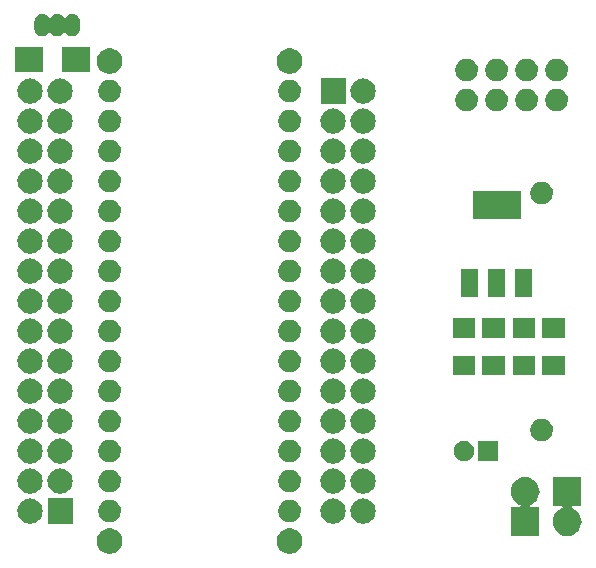
<source format=gts>
G04 #@! TF.FileFunction,Soldermask,Top*
%FSLAX46Y46*%
G04 Gerber Fmt 4.6, Leading zero omitted, Abs format (unit mm)*
G04 Created by KiCad (PCBNEW 4.0.2-stable) date 12-Jun-16 1:17:00 PM*
%MOMM*%
G01*
G04 APERTURE LIST*
%ADD10C,0.100000*%
G04 APERTURE END LIST*
D10*
G36*
X141084383Y-132261722D02*
X141293588Y-132304665D01*
X141490462Y-132387423D01*
X141667518Y-132506849D01*
X141818001Y-132658386D01*
X141936184Y-132836267D01*
X142017570Y-133033723D01*
X142058914Y-133242526D01*
X142058914Y-133242550D01*
X142059046Y-133243218D01*
X142055640Y-133487148D01*
X142055489Y-133487811D01*
X142055489Y-133487835D01*
X142008329Y-133695407D01*
X141921464Y-133890511D01*
X141798361Y-134065019D01*
X141643703Y-134212298D01*
X141463379Y-134326735D01*
X141264276Y-134403962D01*
X141053949Y-134441049D01*
X140840434Y-134436576D01*
X140631851Y-134390716D01*
X140436148Y-134305216D01*
X140260781Y-134183332D01*
X140112426Y-134029706D01*
X139996735Y-133850189D01*
X139918117Y-133651622D01*
X139879564Y-133441565D01*
X139882546Y-133228025D01*
X139926949Y-133019126D01*
X140011082Y-132822827D01*
X140131739Y-132646614D01*
X140284321Y-132497194D01*
X140463030Y-132380250D01*
X140661039Y-132300249D01*
X140870822Y-132260230D01*
X141084383Y-132261722D01*
X141084383Y-132261722D01*
G37*
G36*
X156324383Y-132261722D02*
X156533588Y-132304665D01*
X156730462Y-132387423D01*
X156907518Y-132506849D01*
X157058001Y-132658386D01*
X157176184Y-132836267D01*
X157257570Y-133033723D01*
X157298914Y-133242526D01*
X157298914Y-133242550D01*
X157299046Y-133243218D01*
X157295640Y-133487148D01*
X157295489Y-133487811D01*
X157295489Y-133487835D01*
X157248329Y-133695407D01*
X157161464Y-133890511D01*
X157038361Y-134065019D01*
X156883703Y-134212298D01*
X156703379Y-134326735D01*
X156504276Y-134403962D01*
X156293949Y-134441049D01*
X156080434Y-134436576D01*
X155871851Y-134390716D01*
X155676148Y-134305216D01*
X155500781Y-134183332D01*
X155352426Y-134029706D01*
X155236735Y-133850189D01*
X155158117Y-133651622D01*
X155119564Y-133441565D01*
X155122546Y-133228025D01*
X155166949Y-133019126D01*
X155251082Y-132822827D01*
X155371739Y-132646614D01*
X155524321Y-132497194D01*
X155703030Y-132380250D01*
X155901039Y-132300249D01*
X156110822Y-132260230D01*
X156324383Y-132261722D01*
X156324383Y-132261722D01*
G37*
G36*
X176167806Y-127943090D02*
X176167811Y-127943091D01*
X176171862Y-127943119D01*
X176407705Y-127969573D01*
X176633917Y-128041331D01*
X176841884Y-128155662D01*
X177023683Y-128308209D01*
X177172389Y-128493163D01*
X177282340Y-128703478D01*
X177349345Y-128931144D01*
X177349351Y-128931205D01*
X177349359Y-128931234D01*
X177370859Y-129167484D01*
X177346062Y-129403413D01*
X177346056Y-129403431D01*
X177346048Y-129403511D01*
X177275870Y-129630219D01*
X177162994Y-129838979D01*
X177011719Y-130021838D01*
X176827808Y-130171832D01*
X176618266Y-130283248D01*
X176601612Y-130288276D01*
X176578259Y-130299110D01*
X176557043Y-130317595D01*
X176541816Y-130341259D01*
X176533785Y-130368228D01*
X176533585Y-130396366D01*
X176541233Y-130423446D01*
X176556121Y-130447324D01*
X176577073Y-130466108D01*
X176602428Y-130478312D01*
X176632688Y-130483000D01*
X177365000Y-130483000D01*
X177365000Y-132915000D01*
X174933000Y-132915000D01*
X174933000Y-130483000D01*
X175669655Y-130483000D01*
X175697514Y-130479041D01*
X175723168Y-130467477D01*
X175744584Y-130449224D01*
X175760067Y-130425728D01*
X175768391Y-130398848D01*
X175768897Y-130370713D01*
X175761545Y-130343551D01*
X175746917Y-130319513D01*
X175726171Y-130300502D01*
X175701926Y-130288673D01*
X175664083Y-130276669D01*
X175456116Y-130162338D01*
X175274317Y-130009791D01*
X175125611Y-129824837D01*
X175015660Y-129614522D01*
X174948655Y-129386856D01*
X174948649Y-129386795D01*
X174948641Y-129386766D01*
X174927141Y-129150516D01*
X174951938Y-128914587D01*
X174951944Y-128914569D01*
X174951952Y-128914489D01*
X175022130Y-128687781D01*
X175135006Y-128479021D01*
X175286281Y-128296162D01*
X175470192Y-128146168D01*
X175679734Y-128034752D01*
X175906927Y-127966159D01*
X176143116Y-127943000D01*
X176154958Y-127943000D01*
X176167806Y-127943090D01*
X176167806Y-127943090D01*
G37*
G36*
X180921000Y-130375000D02*
X180184345Y-130375000D01*
X180156486Y-130378959D01*
X180130832Y-130390523D01*
X180109416Y-130408776D01*
X180093933Y-130432272D01*
X180085609Y-130459152D01*
X180085103Y-130487287D01*
X180092455Y-130514449D01*
X180107083Y-130538487D01*
X180127829Y-130557498D01*
X180152074Y-130569327D01*
X180189917Y-130581331D01*
X180397884Y-130695662D01*
X180579683Y-130848209D01*
X180728389Y-131033163D01*
X180838340Y-131243478D01*
X180905345Y-131471144D01*
X180905351Y-131471205D01*
X180905359Y-131471234D01*
X180926859Y-131707484D01*
X180902062Y-131943413D01*
X180902056Y-131943431D01*
X180902048Y-131943511D01*
X180831870Y-132170219D01*
X180718994Y-132378979D01*
X180567719Y-132561838D01*
X180383808Y-132711832D01*
X180174266Y-132823248D01*
X179947073Y-132891841D01*
X179710884Y-132915000D01*
X179699042Y-132915000D01*
X179686194Y-132914910D01*
X179686189Y-132914909D01*
X179682138Y-132914881D01*
X179446295Y-132888427D01*
X179220083Y-132816669D01*
X179012116Y-132702338D01*
X178830317Y-132549791D01*
X178681611Y-132364837D01*
X178571660Y-132154522D01*
X178504655Y-131926856D01*
X178504649Y-131926795D01*
X178504641Y-131926766D01*
X178483141Y-131690516D01*
X178507938Y-131454587D01*
X178507944Y-131454569D01*
X178507952Y-131454489D01*
X178578130Y-131227781D01*
X178691006Y-131019021D01*
X178842281Y-130836162D01*
X179026192Y-130686168D01*
X179235734Y-130574752D01*
X179252388Y-130569724D01*
X179275741Y-130558890D01*
X179296957Y-130540405D01*
X179312184Y-130516741D01*
X179320215Y-130489772D01*
X179320415Y-130461634D01*
X179312767Y-130434554D01*
X179297879Y-130410676D01*
X179276927Y-130391892D01*
X179251572Y-130379688D01*
X179221312Y-130375000D01*
X178489000Y-130375000D01*
X178489000Y-127943000D01*
X180921000Y-127943000D01*
X180921000Y-130375000D01*
X180921000Y-130375000D01*
G37*
G36*
X134254940Y-129746475D02*
X134254946Y-129746476D01*
X134258996Y-129746504D01*
X134465281Y-129769642D01*
X134663143Y-129832408D01*
X134845045Y-129932409D01*
X135004059Y-130065838D01*
X135134129Y-130227612D01*
X135230299Y-130411568D01*
X135288907Y-130610701D01*
X135288913Y-130610767D01*
X135288920Y-130610791D01*
X135307725Y-130817421D01*
X135286037Y-131023768D01*
X135286030Y-131023791D01*
X135286022Y-131023866D01*
X135224640Y-131222162D01*
X135125910Y-131404758D01*
X134993595Y-131564699D01*
X134832733Y-131695895D01*
X134649452Y-131793347D01*
X134450734Y-131853344D01*
X134244146Y-131873600D01*
X134233778Y-131873600D01*
X134223060Y-131873525D01*
X134223054Y-131873524D01*
X134219004Y-131873496D01*
X134012719Y-131850358D01*
X133814857Y-131787592D01*
X133632955Y-131687591D01*
X133473941Y-131554162D01*
X133343871Y-131392388D01*
X133247701Y-131208432D01*
X133189093Y-131009299D01*
X133189087Y-131009233D01*
X133189080Y-131009209D01*
X133170275Y-130802579D01*
X133191963Y-130596232D01*
X133191970Y-130596209D01*
X133191978Y-130596134D01*
X133253360Y-130397838D01*
X133352090Y-130215242D01*
X133484405Y-130055301D01*
X133645267Y-129924105D01*
X133828548Y-129826653D01*
X134027266Y-129766656D01*
X134233854Y-129746400D01*
X134244222Y-129746400D01*
X134254940Y-129746475D01*
X134254940Y-129746475D01*
G37*
G36*
X137842600Y-131873600D02*
X135715400Y-131873600D01*
X135715400Y-129746400D01*
X137842600Y-129746400D01*
X137842600Y-131873600D01*
X137842600Y-131873600D01*
G37*
G36*
X159908940Y-129746475D02*
X159908946Y-129746476D01*
X159912996Y-129746504D01*
X160119281Y-129769642D01*
X160317143Y-129832408D01*
X160499045Y-129932409D01*
X160658059Y-130065838D01*
X160788129Y-130227612D01*
X160884299Y-130411568D01*
X160942907Y-130610701D01*
X160942913Y-130610767D01*
X160942920Y-130610791D01*
X160961725Y-130817421D01*
X160940037Y-131023768D01*
X160940030Y-131023791D01*
X160940022Y-131023866D01*
X160878640Y-131222162D01*
X160779910Y-131404758D01*
X160647595Y-131564699D01*
X160486733Y-131695895D01*
X160303452Y-131793347D01*
X160104734Y-131853344D01*
X159898146Y-131873600D01*
X159887778Y-131873600D01*
X159877060Y-131873525D01*
X159877054Y-131873524D01*
X159873004Y-131873496D01*
X159666719Y-131850358D01*
X159468857Y-131787592D01*
X159286955Y-131687591D01*
X159127941Y-131554162D01*
X158997871Y-131392388D01*
X158901701Y-131208432D01*
X158843093Y-131009299D01*
X158843087Y-131009233D01*
X158843080Y-131009209D01*
X158824275Y-130802579D01*
X158845963Y-130596232D01*
X158845970Y-130596209D01*
X158845978Y-130596134D01*
X158907360Y-130397838D01*
X159006090Y-130215242D01*
X159138405Y-130055301D01*
X159299267Y-129924105D01*
X159482548Y-129826653D01*
X159681266Y-129766656D01*
X159887854Y-129746400D01*
X159898222Y-129746400D01*
X159908940Y-129746475D01*
X159908940Y-129746475D01*
G37*
G36*
X162448940Y-129746475D02*
X162448946Y-129746476D01*
X162452996Y-129746504D01*
X162659281Y-129769642D01*
X162857143Y-129832408D01*
X163039045Y-129932409D01*
X163198059Y-130065838D01*
X163328129Y-130227612D01*
X163424299Y-130411568D01*
X163482907Y-130610701D01*
X163482913Y-130610767D01*
X163482920Y-130610791D01*
X163501725Y-130817421D01*
X163480037Y-131023768D01*
X163480030Y-131023791D01*
X163480022Y-131023866D01*
X163418640Y-131222162D01*
X163319910Y-131404758D01*
X163187595Y-131564699D01*
X163026733Y-131695895D01*
X162843452Y-131793347D01*
X162644734Y-131853344D01*
X162438146Y-131873600D01*
X162427778Y-131873600D01*
X162417060Y-131873525D01*
X162417054Y-131873524D01*
X162413004Y-131873496D01*
X162206719Y-131850358D01*
X162008857Y-131787592D01*
X161826955Y-131687591D01*
X161667941Y-131554162D01*
X161537871Y-131392388D01*
X161441701Y-131208432D01*
X161383093Y-131009299D01*
X161383087Y-131009233D01*
X161383080Y-131009209D01*
X161364275Y-130802579D01*
X161385963Y-130596232D01*
X161385970Y-130596209D01*
X161385978Y-130596134D01*
X161447360Y-130397838D01*
X161546090Y-130215242D01*
X161678405Y-130055301D01*
X161839267Y-129924105D01*
X162022548Y-129826653D01*
X162221266Y-129766656D01*
X162427854Y-129746400D01*
X162438222Y-129746400D01*
X162448940Y-129746475D01*
X162448940Y-129746475D01*
G37*
G36*
X156311043Y-129848637D02*
X156495852Y-129886572D01*
X156669766Y-129959679D01*
X156826174Y-130065177D01*
X156959107Y-130199042D01*
X157063508Y-130356179D01*
X157135402Y-130530605D01*
X157171909Y-130714981D01*
X157171909Y-130714998D01*
X157172042Y-130715671D01*
X157169033Y-130931154D01*
X157168881Y-130931822D01*
X157168881Y-130931841D01*
X157127241Y-131115123D01*
X157050503Y-131287479D01*
X156941758Y-131441634D01*
X156805136Y-131571736D01*
X156645841Y-131672828D01*
X156469958Y-131741049D01*
X156284160Y-131773811D01*
X156095544Y-131769859D01*
X155911285Y-131729347D01*
X155738406Y-131653818D01*
X155583490Y-131546149D01*
X155452436Y-131410439D01*
X155350237Y-131251857D01*
X155280787Y-131076446D01*
X155246731Y-130890887D01*
X155249364Y-130702250D01*
X155288590Y-130517707D01*
X155362908Y-130344310D01*
X155469497Y-130188642D01*
X155604285Y-130056648D01*
X155762153Y-129953342D01*
X155937069Y-129882671D01*
X156122388Y-129847319D01*
X156311043Y-129848637D01*
X156311043Y-129848637D01*
G37*
G36*
X141071043Y-129848637D02*
X141255852Y-129886572D01*
X141429766Y-129959679D01*
X141586174Y-130065177D01*
X141719107Y-130199042D01*
X141823508Y-130356179D01*
X141895402Y-130530605D01*
X141931909Y-130714981D01*
X141931909Y-130714998D01*
X141932042Y-130715671D01*
X141929033Y-130931154D01*
X141928881Y-130931822D01*
X141928881Y-130931841D01*
X141887241Y-131115123D01*
X141810503Y-131287479D01*
X141701758Y-131441634D01*
X141565136Y-131571736D01*
X141405841Y-131672828D01*
X141229958Y-131741049D01*
X141044160Y-131773811D01*
X140855544Y-131769859D01*
X140671285Y-131729347D01*
X140498406Y-131653818D01*
X140343490Y-131546149D01*
X140212436Y-131410439D01*
X140110237Y-131251857D01*
X140040787Y-131076446D01*
X140006731Y-130890887D01*
X140009364Y-130702250D01*
X140048590Y-130517707D01*
X140122908Y-130344310D01*
X140229497Y-130188642D01*
X140364285Y-130056648D01*
X140522153Y-129953342D01*
X140697069Y-129882671D01*
X140882388Y-129847319D01*
X141071043Y-129848637D01*
X141071043Y-129848637D01*
G37*
G36*
X162448940Y-127206475D02*
X162448946Y-127206476D01*
X162452996Y-127206504D01*
X162659281Y-127229642D01*
X162857143Y-127292408D01*
X163039045Y-127392409D01*
X163198059Y-127525838D01*
X163328129Y-127687612D01*
X163424299Y-127871568D01*
X163482907Y-128070701D01*
X163482913Y-128070767D01*
X163482920Y-128070791D01*
X163501725Y-128277421D01*
X163480037Y-128483768D01*
X163480030Y-128483791D01*
X163480022Y-128483866D01*
X163418640Y-128682162D01*
X163319910Y-128864758D01*
X163187595Y-129024699D01*
X163026733Y-129155895D01*
X162843452Y-129253347D01*
X162644734Y-129313344D01*
X162438146Y-129333600D01*
X162427778Y-129333600D01*
X162417060Y-129333525D01*
X162417054Y-129333524D01*
X162413004Y-129333496D01*
X162206719Y-129310358D01*
X162008857Y-129247592D01*
X161826955Y-129147591D01*
X161667941Y-129014162D01*
X161537871Y-128852388D01*
X161441701Y-128668432D01*
X161383093Y-128469299D01*
X161383087Y-128469233D01*
X161383080Y-128469209D01*
X161364275Y-128262579D01*
X161385963Y-128056232D01*
X161385970Y-128056209D01*
X161385978Y-128056134D01*
X161447360Y-127857838D01*
X161546090Y-127675242D01*
X161678405Y-127515301D01*
X161839267Y-127384105D01*
X162022548Y-127286653D01*
X162221266Y-127226656D01*
X162427854Y-127206400D01*
X162438222Y-127206400D01*
X162448940Y-127206475D01*
X162448940Y-127206475D01*
G37*
G36*
X136794940Y-127206475D02*
X136794946Y-127206476D01*
X136798996Y-127206504D01*
X137005281Y-127229642D01*
X137203143Y-127292408D01*
X137385045Y-127392409D01*
X137544059Y-127525838D01*
X137674129Y-127687612D01*
X137770299Y-127871568D01*
X137828907Y-128070701D01*
X137828913Y-128070767D01*
X137828920Y-128070791D01*
X137847725Y-128277421D01*
X137826037Y-128483768D01*
X137826030Y-128483791D01*
X137826022Y-128483866D01*
X137764640Y-128682162D01*
X137665910Y-128864758D01*
X137533595Y-129024699D01*
X137372733Y-129155895D01*
X137189452Y-129253347D01*
X136990734Y-129313344D01*
X136784146Y-129333600D01*
X136773778Y-129333600D01*
X136763060Y-129333525D01*
X136763054Y-129333524D01*
X136759004Y-129333496D01*
X136552719Y-129310358D01*
X136354857Y-129247592D01*
X136172955Y-129147591D01*
X136013941Y-129014162D01*
X135883871Y-128852388D01*
X135787701Y-128668432D01*
X135729093Y-128469299D01*
X135729087Y-128469233D01*
X135729080Y-128469209D01*
X135710275Y-128262579D01*
X135731963Y-128056232D01*
X135731970Y-128056209D01*
X135731978Y-128056134D01*
X135793360Y-127857838D01*
X135892090Y-127675242D01*
X136024405Y-127515301D01*
X136185267Y-127384105D01*
X136368548Y-127286653D01*
X136567266Y-127226656D01*
X136773854Y-127206400D01*
X136784222Y-127206400D01*
X136794940Y-127206475D01*
X136794940Y-127206475D01*
G37*
G36*
X134254940Y-127206475D02*
X134254946Y-127206476D01*
X134258996Y-127206504D01*
X134465281Y-127229642D01*
X134663143Y-127292408D01*
X134845045Y-127392409D01*
X135004059Y-127525838D01*
X135134129Y-127687612D01*
X135230299Y-127871568D01*
X135288907Y-128070701D01*
X135288913Y-128070767D01*
X135288920Y-128070791D01*
X135307725Y-128277421D01*
X135286037Y-128483768D01*
X135286030Y-128483791D01*
X135286022Y-128483866D01*
X135224640Y-128682162D01*
X135125910Y-128864758D01*
X134993595Y-129024699D01*
X134832733Y-129155895D01*
X134649452Y-129253347D01*
X134450734Y-129313344D01*
X134244146Y-129333600D01*
X134233778Y-129333600D01*
X134223060Y-129333525D01*
X134223054Y-129333524D01*
X134219004Y-129333496D01*
X134012719Y-129310358D01*
X133814857Y-129247592D01*
X133632955Y-129147591D01*
X133473941Y-129014162D01*
X133343871Y-128852388D01*
X133247701Y-128668432D01*
X133189093Y-128469299D01*
X133189087Y-128469233D01*
X133189080Y-128469209D01*
X133170275Y-128262579D01*
X133191963Y-128056232D01*
X133191970Y-128056209D01*
X133191978Y-128056134D01*
X133253360Y-127857838D01*
X133352090Y-127675242D01*
X133484405Y-127515301D01*
X133645267Y-127384105D01*
X133828548Y-127286653D01*
X134027266Y-127226656D01*
X134233854Y-127206400D01*
X134244222Y-127206400D01*
X134254940Y-127206475D01*
X134254940Y-127206475D01*
G37*
G36*
X159908940Y-127206475D02*
X159908946Y-127206476D01*
X159912996Y-127206504D01*
X160119281Y-127229642D01*
X160317143Y-127292408D01*
X160499045Y-127392409D01*
X160658059Y-127525838D01*
X160788129Y-127687612D01*
X160884299Y-127871568D01*
X160942907Y-128070701D01*
X160942913Y-128070767D01*
X160942920Y-128070791D01*
X160961725Y-128277421D01*
X160940037Y-128483768D01*
X160940030Y-128483791D01*
X160940022Y-128483866D01*
X160878640Y-128682162D01*
X160779910Y-128864758D01*
X160647595Y-129024699D01*
X160486733Y-129155895D01*
X160303452Y-129253347D01*
X160104734Y-129313344D01*
X159898146Y-129333600D01*
X159887778Y-129333600D01*
X159877060Y-129333525D01*
X159877054Y-129333524D01*
X159873004Y-129333496D01*
X159666719Y-129310358D01*
X159468857Y-129247592D01*
X159286955Y-129147591D01*
X159127941Y-129014162D01*
X158997871Y-128852388D01*
X158901701Y-128668432D01*
X158843093Y-128469299D01*
X158843087Y-128469233D01*
X158843080Y-128469209D01*
X158824275Y-128262579D01*
X158845963Y-128056232D01*
X158845970Y-128056209D01*
X158845978Y-128056134D01*
X158907360Y-127857838D01*
X159006090Y-127675242D01*
X159138405Y-127515301D01*
X159299267Y-127384105D01*
X159482548Y-127286653D01*
X159681266Y-127226656D01*
X159887854Y-127206400D01*
X159898222Y-127206400D01*
X159908940Y-127206475D01*
X159908940Y-127206475D01*
G37*
G36*
X156311043Y-127308637D02*
X156495852Y-127346572D01*
X156669766Y-127419679D01*
X156826174Y-127525177D01*
X156959107Y-127659042D01*
X157063508Y-127816179D01*
X157135402Y-127990605D01*
X157171909Y-128174981D01*
X157171909Y-128174998D01*
X157172042Y-128175671D01*
X157169033Y-128391154D01*
X157168881Y-128391822D01*
X157168881Y-128391841D01*
X157127241Y-128575123D01*
X157050503Y-128747479D01*
X156941758Y-128901634D01*
X156805136Y-129031736D01*
X156645841Y-129132828D01*
X156469958Y-129201049D01*
X156284160Y-129233811D01*
X156095544Y-129229859D01*
X155911285Y-129189347D01*
X155738406Y-129113818D01*
X155583490Y-129006149D01*
X155452436Y-128870439D01*
X155350237Y-128711857D01*
X155280787Y-128536446D01*
X155246731Y-128350887D01*
X155249364Y-128162250D01*
X155288590Y-127977707D01*
X155362908Y-127804310D01*
X155469497Y-127648642D01*
X155604285Y-127516648D01*
X155762153Y-127413342D01*
X155937069Y-127342671D01*
X156122388Y-127307319D01*
X156311043Y-127308637D01*
X156311043Y-127308637D01*
G37*
G36*
X141071043Y-127308637D02*
X141255852Y-127346572D01*
X141429766Y-127419679D01*
X141586174Y-127525177D01*
X141719107Y-127659042D01*
X141823508Y-127816179D01*
X141895402Y-127990605D01*
X141931909Y-128174981D01*
X141931909Y-128174998D01*
X141932042Y-128175671D01*
X141929033Y-128391154D01*
X141928881Y-128391822D01*
X141928881Y-128391841D01*
X141887241Y-128575123D01*
X141810503Y-128747479D01*
X141701758Y-128901634D01*
X141565136Y-129031736D01*
X141405841Y-129132828D01*
X141229958Y-129201049D01*
X141044160Y-129233811D01*
X140855544Y-129229859D01*
X140671285Y-129189347D01*
X140498406Y-129113818D01*
X140343490Y-129006149D01*
X140212436Y-128870439D01*
X140110237Y-128711857D01*
X140040787Y-128536446D01*
X140006731Y-128350887D01*
X140009364Y-128162250D01*
X140048590Y-127977707D01*
X140122908Y-127804310D01*
X140229497Y-127648642D01*
X140364285Y-127516648D01*
X140522153Y-127413342D01*
X140697069Y-127342671D01*
X140882388Y-127307319D01*
X141071043Y-127308637D01*
X141071043Y-127308637D01*
G37*
G36*
X162448940Y-124666475D02*
X162448946Y-124666476D01*
X162452996Y-124666504D01*
X162659281Y-124689642D01*
X162857143Y-124752408D01*
X163039045Y-124852409D01*
X163198059Y-124985838D01*
X163328129Y-125147612D01*
X163424299Y-125331568D01*
X163482907Y-125530701D01*
X163482913Y-125530767D01*
X163482920Y-125530791D01*
X163501725Y-125737421D01*
X163480037Y-125943768D01*
X163480030Y-125943791D01*
X163480022Y-125943866D01*
X163418640Y-126142162D01*
X163319910Y-126324758D01*
X163187595Y-126484699D01*
X163026733Y-126615895D01*
X162843452Y-126713347D01*
X162644734Y-126773344D01*
X162438146Y-126793600D01*
X162427778Y-126793600D01*
X162417060Y-126793525D01*
X162417054Y-126793524D01*
X162413004Y-126793496D01*
X162206719Y-126770358D01*
X162008857Y-126707592D01*
X161826955Y-126607591D01*
X161667941Y-126474162D01*
X161537871Y-126312388D01*
X161441701Y-126128432D01*
X161383093Y-125929299D01*
X161383087Y-125929233D01*
X161383080Y-125929209D01*
X161364275Y-125722579D01*
X161385963Y-125516232D01*
X161385970Y-125516209D01*
X161385978Y-125516134D01*
X161447360Y-125317838D01*
X161546090Y-125135242D01*
X161678405Y-124975301D01*
X161839267Y-124844105D01*
X162022548Y-124746653D01*
X162221266Y-124686656D01*
X162427854Y-124666400D01*
X162438222Y-124666400D01*
X162448940Y-124666475D01*
X162448940Y-124666475D01*
G37*
G36*
X136794940Y-124666475D02*
X136794946Y-124666476D01*
X136798996Y-124666504D01*
X137005281Y-124689642D01*
X137203143Y-124752408D01*
X137385045Y-124852409D01*
X137544059Y-124985838D01*
X137674129Y-125147612D01*
X137770299Y-125331568D01*
X137828907Y-125530701D01*
X137828913Y-125530767D01*
X137828920Y-125530791D01*
X137847725Y-125737421D01*
X137826037Y-125943768D01*
X137826030Y-125943791D01*
X137826022Y-125943866D01*
X137764640Y-126142162D01*
X137665910Y-126324758D01*
X137533595Y-126484699D01*
X137372733Y-126615895D01*
X137189452Y-126713347D01*
X136990734Y-126773344D01*
X136784146Y-126793600D01*
X136773778Y-126793600D01*
X136763060Y-126793525D01*
X136763054Y-126793524D01*
X136759004Y-126793496D01*
X136552719Y-126770358D01*
X136354857Y-126707592D01*
X136172955Y-126607591D01*
X136013941Y-126474162D01*
X135883871Y-126312388D01*
X135787701Y-126128432D01*
X135729093Y-125929299D01*
X135729087Y-125929233D01*
X135729080Y-125929209D01*
X135710275Y-125722579D01*
X135731963Y-125516232D01*
X135731970Y-125516209D01*
X135731978Y-125516134D01*
X135793360Y-125317838D01*
X135892090Y-125135242D01*
X136024405Y-124975301D01*
X136185267Y-124844105D01*
X136368548Y-124746653D01*
X136567266Y-124686656D01*
X136773854Y-124666400D01*
X136784222Y-124666400D01*
X136794940Y-124666475D01*
X136794940Y-124666475D01*
G37*
G36*
X134254940Y-124666475D02*
X134254946Y-124666476D01*
X134258996Y-124666504D01*
X134465281Y-124689642D01*
X134663143Y-124752408D01*
X134845045Y-124852409D01*
X135004059Y-124985838D01*
X135134129Y-125147612D01*
X135230299Y-125331568D01*
X135288907Y-125530701D01*
X135288913Y-125530767D01*
X135288920Y-125530791D01*
X135307725Y-125737421D01*
X135286037Y-125943768D01*
X135286030Y-125943791D01*
X135286022Y-125943866D01*
X135224640Y-126142162D01*
X135125910Y-126324758D01*
X134993595Y-126484699D01*
X134832733Y-126615895D01*
X134649452Y-126713347D01*
X134450734Y-126773344D01*
X134244146Y-126793600D01*
X134233778Y-126793600D01*
X134223060Y-126793525D01*
X134223054Y-126793524D01*
X134219004Y-126793496D01*
X134012719Y-126770358D01*
X133814857Y-126707592D01*
X133632955Y-126607591D01*
X133473941Y-126474162D01*
X133343871Y-126312388D01*
X133247701Y-126128432D01*
X133189093Y-125929299D01*
X133189087Y-125929233D01*
X133189080Y-125929209D01*
X133170275Y-125722579D01*
X133191963Y-125516232D01*
X133191970Y-125516209D01*
X133191978Y-125516134D01*
X133253360Y-125317838D01*
X133352090Y-125135242D01*
X133484405Y-124975301D01*
X133645267Y-124844105D01*
X133828548Y-124746653D01*
X134027266Y-124686656D01*
X134233854Y-124666400D01*
X134244222Y-124666400D01*
X134254940Y-124666475D01*
X134254940Y-124666475D01*
G37*
G36*
X159908940Y-124666475D02*
X159908946Y-124666476D01*
X159912996Y-124666504D01*
X160119281Y-124689642D01*
X160317143Y-124752408D01*
X160499045Y-124852409D01*
X160658059Y-124985838D01*
X160788129Y-125147612D01*
X160884299Y-125331568D01*
X160942907Y-125530701D01*
X160942913Y-125530767D01*
X160942920Y-125530791D01*
X160961725Y-125737421D01*
X160940037Y-125943768D01*
X160940030Y-125943791D01*
X160940022Y-125943866D01*
X160878640Y-126142162D01*
X160779910Y-126324758D01*
X160647595Y-126484699D01*
X160486733Y-126615895D01*
X160303452Y-126713347D01*
X160104734Y-126773344D01*
X159898146Y-126793600D01*
X159887778Y-126793600D01*
X159877060Y-126793525D01*
X159877054Y-126793524D01*
X159873004Y-126793496D01*
X159666719Y-126770358D01*
X159468857Y-126707592D01*
X159286955Y-126607591D01*
X159127941Y-126474162D01*
X158997871Y-126312388D01*
X158901701Y-126128432D01*
X158843093Y-125929299D01*
X158843087Y-125929233D01*
X158843080Y-125929209D01*
X158824275Y-125722579D01*
X158845963Y-125516232D01*
X158845970Y-125516209D01*
X158845978Y-125516134D01*
X158907360Y-125317838D01*
X159006090Y-125135242D01*
X159138405Y-124975301D01*
X159299267Y-124844105D01*
X159482548Y-124746653D01*
X159681266Y-124686656D01*
X159887854Y-124666400D01*
X159898222Y-124666400D01*
X159908940Y-124666475D01*
X159908940Y-124666475D01*
G37*
G36*
X156311043Y-124768637D02*
X156495852Y-124806572D01*
X156669766Y-124879679D01*
X156826174Y-124985177D01*
X156959107Y-125119042D01*
X157063508Y-125276179D01*
X157135402Y-125450605D01*
X157171909Y-125634981D01*
X157171909Y-125634998D01*
X157172042Y-125635671D01*
X157169033Y-125851154D01*
X157168881Y-125851822D01*
X157168881Y-125851841D01*
X157127241Y-126035123D01*
X157050503Y-126207479D01*
X156941758Y-126361634D01*
X156805136Y-126491736D01*
X156645841Y-126592828D01*
X156469958Y-126661049D01*
X156284160Y-126693811D01*
X156095544Y-126689859D01*
X155911285Y-126649347D01*
X155738406Y-126573818D01*
X155583490Y-126466149D01*
X155452436Y-126330439D01*
X155350237Y-126171857D01*
X155280787Y-125996446D01*
X155246731Y-125810887D01*
X155249364Y-125622250D01*
X155288590Y-125437707D01*
X155362908Y-125264310D01*
X155469497Y-125108642D01*
X155604285Y-124976648D01*
X155762153Y-124873342D01*
X155937069Y-124802671D01*
X156122388Y-124767319D01*
X156311043Y-124768637D01*
X156311043Y-124768637D01*
G37*
G36*
X141071043Y-124768637D02*
X141255852Y-124806572D01*
X141429766Y-124879679D01*
X141586174Y-124985177D01*
X141719107Y-125119042D01*
X141823508Y-125276179D01*
X141895402Y-125450605D01*
X141931909Y-125634981D01*
X141931909Y-125634998D01*
X141932042Y-125635671D01*
X141929033Y-125851154D01*
X141928881Y-125851822D01*
X141928881Y-125851841D01*
X141887241Y-126035123D01*
X141810503Y-126207479D01*
X141701758Y-126361634D01*
X141565136Y-126491736D01*
X141405841Y-126592828D01*
X141229958Y-126661049D01*
X141044160Y-126693811D01*
X140855544Y-126689859D01*
X140671285Y-126649347D01*
X140498406Y-126573818D01*
X140343490Y-126466149D01*
X140212436Y-126330439D01*
X140110237Y-126171857D01*
X140040787Y-125996446D01*
X140006731Y-125810887D01*
X140009364Y-125622250D01*
X140048590Y-125437707D01*
X140122908Y-125264310D01*
X140229497Y-125108642D01*
X140364285Y-124976648D01*
X140522153Y-124873342D01*
X140697069Y-124802671D01*
X140882388Y-124767319D01*
X141071043Y-124768637D01*
X141071043Y-124768637D01*
G37*
G36*
X171063285Y-124880562D02*
X171226568Y-124914079D01*
X171380238Y-124978676D01*
X171518437Y-125071892D01*
X171635894Y-125190172D01*
X171728139Y-125329014D01*
X171791662Y-125483132D01*
X171823904Y-125645965D01*
X171823904Y-125645980D01*
X171824037Y-125646653D01*
X171821378Y-125837049D01*
X171821227Y-125837712D01*
X171821227Y-125837736D01*
X171784451Y-125999604D01*
X171716652Y-126151881D01*
X171620561Y-126288099D01*
X171499847Y-126403054D01*
X171359101Y-126492374D01*
X171203693Y-126552653D01*
X171039526Y-126581601D01*
X170872868Y-126578109D01*
X170710063Y-126542315D01*
X170557311Y-126475579D01*
X170420431Y-126380444D01*
X170304635Y-126260534D01*
X170214332Y-126120411D01*
X170152969Y-125965428D01*
X170122878Y-125801471D01*
X170125205Y-125634795D01*
X170159863Y-125471742D01*
X170225532Y-125318523D01*
X170319709Y-125180983D01*
X170438804Y-125064356D01*
X170578293Y-124973077D01*
X170732845Y-124910634D01*
X170896588Y-124879398D01*
X171063285Y-124880562D01*
X171063285Y-124880562D01*
G37*
G36*
X173824000Y-126580000D02*
X172124000Y-126580000D01*
X172124000Y-124880000D01*
X173824000Y-124880000D01*
X173824000Y-126580000D01*
X173824000Y-126580000D01*
G37*
G36*
X177647043Y-122990637D02*
X177831852Y-123028572D01*
X178005766Y-123101679D01*
X178162174Y-123207177D01*
X178295107Y-123341042D01*
X178399508Y-123498179D01*
X178471402Y-123672605D01*
X178507909Y-123856981D01*
X178507909Y-123856998D01*
X178508042Y-123857671D01*
X178505033Y-124073154D01*
X178504881Y-124073822D01*
X178504881Y-124073841D01*
X178463241Y-124257123D01*
X178386503Y-124429479D01*
X178277758Y-124583634D01*
X178141136Y-124713736D01*
X177981841Y-124814828D01*
X177805958Y-124883049D01*
X177620160Y-124915811D01*
X177431544Y-124911859D01*
X177247285Y-124871347D01*
X177074406Y-124795818D01*
X176919490Y-124688149D01*
X176788436Y-124552439D01*
X176686237Y-124393857D01*
X176616787Y-124218446D01*
X176582731Y-124032887D01*
X176585364Y-123844250D01*
X176624590Y-123659707D01*
X176698908Y-123486310D01*
X176805497Y-123330642D01*
X176940285Y-123198648D01*
X177098153Y-123095342D01*
X177273069Y-123024671D01*
X177458388Y-122989319D01*
X177647043Y-122990637D01*
X177647043Y-122990637D01*
G37*
G36*
X134254940Y-122126475D02*
X134254946Y-122126476D01*
X134258996Y-122126504D01*
X134465281Y-122149642D01*
X134663143Y-122212408D01*
X134845045Y-122312409D01*
X135004059Y-122445838D01*
X135134129Y-122607612D01*
X135230299Y-122791568D01*
X135288907Y-122990701D01*
X135288913Y-122990767D01*
X135288920Y-122990791D01*
X135307725Y-123197421D01*
X135286037Y-123403768D01*
X135286030Y-123403791D01*
X135286022Y-123403866D01*
X135224640Y-123602162D01*
X135125910Y-123784758D01*
X134993595Y-123944699D01*
X134832733Y-124075895D01*
X134649452Y-124173347D01*
X134450734Y-124233344D01*
X134244146Y-124253600D01*
X134233778Y-124253600D01*
X134223060Y-124253525D01*
X134223054Y-124253524D01*
X134219004Y-124253496D01*
X134012719Y-124230358D01*
X133814857Y-124167592D01*
X133632955Y-124067591D01*
X133473941Y-123934162D01*
X133343871Y-123772388D01*
X133247701Y-123588432D01*
X133189093Y-123389299D01*
X133189087Y-123389233D01*
X133189080Y-123389209D01*
X133170275Y-123182579D01*
X133191963Y-122976232D01*
X133191970Y-122976209D01*
X133191978Y-122976134D01*
X133253360Y-122777838D01*
X133352090Y-122595242D01*
X133484405Y-122435301D01*
X133645267Y-122304105D01*
X133828548Y-122206653D01*
X134027266Y-122146656D01*
X134233854Y-122126400D01*
X134244222Y-122126400D01*
X134254940Y-122126475D01*
X134254940Y-122126475D01*
G37*
G36*
X162448940Y-122126475D02*
X162448946Y-122126476D01*
X162452996Y-122126504D01*
X162659281Y-122149642D01*
X162857143Y-122212408D01*
X163039045Y-122312409D01*
X163198059Y-122445838D01*
X163328129Y-122607612D01*
X163424299Y-122791568D01*
X163482907Y-122990701D01*
X163482913Y-122990767D01*
X163482920Y-122990791D01*
X163501725Y-123197421D01*
X163480037Y-123403768D01*
X163480030Y-123403791D01*
X163480022Y-123403866D01*
X163418640Y-123602162D01*
X163319910Y-123784758D01*
X163187595Y-123944699D01*
X163026733Y-124075895D01*
X162843452Y-124173347D01*
X162644734Y-124233344D01*
X162438146Y-124253600D01*
X162427778Y-124253600D01*
X162417060Y-124253525D01*
X162417054Y-124253524D01*
X162413004Y-124253496D01*
X162206719Y-124230358D01*
X162008857Y-124167592D01*
X161826955Y-124067591D01*
X161667941Y-123934162D01*
X161537871Y-123772388D01*
X161441701Y-123588432D01*
X161383093Y-123389299D01*
X161383087Y-123389233D01*
X161383080Y-123389209D01*
X161364275Y-123182579D01*
X161385963Y-122976232D01*
X161385970Y-122976209D01*
X161385978Y-122976134D01*
X161447360Y-122777838D01*
X161546090Y-122595242D01*
X161678405Y-122435301D01*
X161839267Y-122304105D01*
X162022548Y-122206653D01*
X162221266Y-122146656D01*
X162427854Y-122126400D01*
X162438222Y-122126400D01*
X162448940Y-122126475D01*
X162448940Y-122126475D01*
G37*
G36*
X159908940Y-122126475D02*
X159908946Y-122126476D01*
X159912996Y-122126504D01*
X160119281Y-122149642D01*
X160317143Y-122212408D01*
X160499045Y-122312409D01*
X160658059Y-122445838D01*
X160788129Y-122607612D01*
X160884299Y-122791568D01*
X160942907Y-122990701D01*
X160942913Y-122990767D01*
X160942920Y-122990791D01*
X160961725Y-123197421D01*
X160940037Y-123403768D01*
X160940030Y-123403791D01*
X160940022Y-123403866D01*
X160878640Y-123602162D01*
X160779910Y-123784758D01*
X160647595Y-123944699D01*
X160486733Y-124075895D01*
X160303452Y-124173347D01*
X160104734Y-124233344D01*
X159898146Y-124253600D01*
X159887778Y-124253600D01*
X159877060Y-124253525D01*
X159877054Y-124253524D01*
X159873004Y-124253496D01*
X159666719Y-124230358D01*
X159468857Y-124167592D01*
X159286955Y-124067591D01*
X159127941Y-123934162D01*
X158997871Y-123772388D01*
X158901701Y-123588432D01*
X158843093Y-123389299D01*
X158843087Y-123389233D01*
X158843080Y-123389209D01*
X158824275Y-123182579D01*
X158845963Y-122976232D01*
X158845970Y-122976209D01*
X158845978Y-122976134D01*
X158907360Y-122777838D01*
X159006090Y-122595242D01*
X159138405Y-122435301D01*
X159299267Y-122304105D01*
X159482548Y-122206653D01*
X159681266Y-122146656D01*
X159887854Y-122126400D01*
X159898222Y-122126400D01*
X159908940Y-122126475D01*
X159908940Y-122126475D01*
G37*
G36*
X136794940Y-122126475D02*
X136794946Y-122126476D01*
X136798996Y-122126504D01*
X137005281Y-122149642D01*
X137203143Y-122212408D01*
X137385045Y-122312409D01*
X137544059Y-122445838D01*
X137674129Y-122607612D01*
X137770299Y-122791568D01*
X137828907Y-122990701D01*
X137828913Y-122990767D01*
X137828920Y-122990791D01*
X137847725Y-123197421D01*
X137826037Y-123403768D01*
X137826030Y-123403791D01*
X137826022Y-123403866D01*
X137764640Y-123602162D01*
X137665910Y-123784758D01*
X137533595Y-123944699D01*
X137372733Y-124075895D01*
X137189452Y-124173347D01*
X136990734Y-124233344D01*
X136784146Y-124253600D01*
X136773778Y-124253600D01*
X136763060Y-124253525D01*
X136763054Y-124253524D01*
X136759004Y-124253496D01*
X136552719Y-124230358D01*
X136354857Y-124167592D01*
X136172955Y-124067591D01*
X136013941Y-123934162D01*
X135883871Y-123772388D01*
X135787701Y-123588432D01*
X135729093Y-123389299D01*
X135729087Y-123389233D01*
X135729080Y-123389209D01*
X135710275Y-123182579D01*
X135731963Y-122976232D01*
X135731970Y-122976209D01*
X135731978Y-122976134D01*
X135793360Y-122777838D01*
X135892090Y-122595242D01*
X136024405Y-122435301D01*
X136185267Y-122304105D01*
X136368548Y-122206653D01*
X136567266Y-122146656D01*
X136773854Y-122126400D01*
X136784222Y-122126400D01*
X136794940Y-122126475D01*
X136794940Y-122126475D01*
G37*
G36*
X141071043Y-122228637D02*
X141255852Y-122266572D01*
X141429766Y-122339679D01*
X141586174Y-122445177D01*
X141719107Y-122579042D01*
X141823508Y-122736179D01*
X141895402Y-122910605D01*
X141931909Y-123094981D01*
X141931909Y-123094998D01*
X141932042Y-123095671D01*
X141929033Y-123311154D01*
X141928881Y-123311822D01*
X141928881Y-123311841D01*
X141887241Y-123495123D01*
X141810503Y-123667479D01*
X141701758Y-123821634D01*
X141565136Y-123951736D01*
X141405841Y-124052828D01*
X141229958Y-124121049D01*
X141044160Y-124153811D01*
X140855544Y-124149859D01*
X140671285Y-124109347D01*
X140498406Y-124033818D01*
X140343490Y-123926149D01*
X140212436Y-123790439D01*
X140110237Y-123631857D01*
X140040787Y-123456446D01*
X140006731Y-123270887D01*
X140009364Y-123082250D01*
X140048590Y-122897707D01*
X140122908Y-122724310D01*
X140229497Y-122568642D01*
X140364285Y-122436648D01*
X140522153Y-122333342D01*
X140697069Y-122262671D01*
X140882388Y-122227319D01*
X141071043Y-122228637D01*
X141071043Y-122228637D01*
G37*
G36*
X156311043Y-122228637D02*
X156495852Y-122266572D01*
X156669766Y-122339679D01*
X156826174Y-122445177D01*
X156959107Y-122579042D01*
X157063508Y-122736179D01*
X157135402Y-122910605D01*
X157171909Y-123094981D01*
X157171909Y-123094998D01*
X157172042Y-123095671D01*
X157169033Y-123311154D01*
X157168881Y-123311822D01*
X157168881Y-123311841D01*
X157127241Y-123495123D01*
X157050503Y-123667479D01*
X156941758Y-123821634D01*
X156805136Y-123951736D01*
X156645841Y-124052828D01*
X156469958Y-124121049D01*
X156284160Y-124153811D01*
X156095544Y-124149859D01*
X155911285Y-124109347D01*
X155738406Y-124033818D01*
X155583490Y-123926149D01*
X155452436Y-123790439D01*
X155350237Y-123631857D01*
X155280787Y-123456446D01*
X155246731Y-123270887D01*
X155249364Y-123082250D01*
X155288590Y-122897707D01*
X155362908Y-122724310D01*
X155469497Y-122568642D01*
X155604285Y-122436648D01*
X155762153Y-122333342D01*
X155937069Y-122262671D01*
X156122388Y-122227319D01*
X156311043Y-122228637D01*
X156311043Y-122228637D01*
G37*
G36*
X134254940Y-119586475D02*
X134254946Y-119586476D01*
X134258996Y-119586504D01*
X134465281Y-119609642D01*
X134663143Y-119672408D01*
X134845045Y-119772409D01*
X135004059Y-119905838D01*
X135134129Y-120067612D01*
X135230299Y-120251568D01*
X135288907Y-120450701D01*
X135288913Y-120450767D01*
X135288920Y-120450791D01*
X135307725Y-120657421D01*
X135286037Y-120863768D01*
X135286030Y-120863791D01*
X135286022Y-120863866D01*
X135224640Y-121062162D01*
X135125910Y-121244758D01*
X134993595Y-121404699D01*
X134832733Y-121535895D01*
X134649452Y-121633347D01*
X134450734Y-121693344D01*
X134244146Y-121713600D01*
X134233778Y-121713600D01*
X134223060Y-121713525D01*
X134223054Y-121713524D01*
X134219004Y-121713496D01*
X134012719Y-121690358D01*
X133814857Y-121627592D01*
X133632955Y-121527591D01*
X133473941Y-121394162D01*
X133343871Y-121232388D01*
X133247701Y-121048432D01*
X133189093Y-120849299D01*
X133189087Y-120849233D01*
X133189080Y-120849209D01*
X133170275Y-120642579D01*
X133191963Y-120436232D01*
X133191970Y-120436209D01*
X133191978Y-120436134D01*
X133253360Y-120237838D01*
X133352090Y-120055242D01*
X133484405Y-119895301D01*
X133645267Y-119764105D01*
X133828548Y-119666653D01*
X134027266Y-119606656D01*
X134233854Y-119586400D01*
X134244222Y-119586400D01*
X134254940Y-119586475D01*
X134254940Y-119586475D01*
G37*
G36*
X162448940Y-119586475D02*
X162448946Y-119586476D01*
X162452996Y-119586504D01*
X162659281Y-119609642D01*
X162857143Y-119672408D01*
X163039045Y-119772409D01*
X163198059Y-119905838D01*
X163328129Y-120067612D01*
X163424299Y-120251568D01*
X163482907Y-120450701D01*
X163482913Y-120450767D01*
X163482920Y-120450791D01*
X163501725Y-120657421D01*
X163480037Y-120863768D01*
X163480030Y-120863791D01*
X163480022Y-120863866D01*
X163418640Y-121062162D01*
X163319910Y-121244758D01*
X163187595Y-121404699D01*
X163026733Y-121535895D01*
X162843452Y-121633347D01*
X162644734Y-121693344D01*
X162438146Y-121713600D01*
X162427778Y-121713600D01*
X162417060Y-121713525D01*
X162417054Y-121713524D01*
X162413004Y-121713496D01*
X162206719Y-121690358D01*
X162008857Y-121627592D01*
X161826955Y-121527591D01*
X161667941Y-121394162D01*
X161537871Y-121232388D01*
X161441701Y-121048432D01*
X161383093Y-120849299D01*
X161383087Y-120849233D01*
X161383080Y-120849209D01*
X161364275Y-120642579D01*
X161385963Y-120436232D01*
X161385970Y-120436209D01*
X161385978Y-120436134D01*
X161447360Y-120237838D01*
X161546090Y-120055242D01*
X161678405Y-119895301D01*
X161839267Y-119764105D01*
X162022548Y-119666653D01*
X162221266Y-119606656D01*
X162427854Y-119586400D01*
X162438222Y-119586400D01*
X162448940Y-119586475D01*
X162448940Y-119586475D01*
G37*
G36*
X136794940Y-119586475D02*
X136794946Y-119586476D01*
X136798996Y-119586504D01*
X137005281Y-119609642D01*
X137203143Y-119672408D01*
X137385045Y-119772409D01*
X137544059Y-119905838D01*
X137674129Y-120067612D01*
X137770299Y-120251568D01*
X137828907Y-120450701D01*
X137828913Y-120450767D01*
X137828920Y-120450791D01*
X137847725Y-120657421D01*
X137826037Y-120863768D01*
X137826030Y-120863791D01*
X137826022Y-120863866D01*
X137764640Y-121062162D01*
X137665910Y-121244758D01*
X137533595Y-121404699D01*
X137372733Y-121535895D01*
X137189452Y-121633347D01*
X136990734Y-121693344D01*
X136784146Y-121713600D01*
X136773778Y-121713600D01*
X136763060Y-121713525D01*
X136763054Y-121713524D01*
X136759004Y-121713496D01*
X136552719Y-121690358D01*
X136354857Y-121627592D01*
X136172955Y-121527591D01*
X136013941Y-121394162D01*
X135883871Y-121232388D01*
X135787701Y-121048432D01*
X135729093Y-120849299D01*
X135729087Y-120849233D01*
X135729080Y-120849209D01*
X135710275Y-120642579D01*
X135731963Y-120436232D01*
X135731970Y-120436209D01*
X135731978Y-120436134D01*
X135793360Y-120237838D01*
X135892090Y-120055242D01*
X136024405Y-119895301D01*
X136185267Y-119764105D01*
X136368548Y-119666653D01*
X136567266Y-119606656D01*
X136773854Y-119586400D01*
X136784222Y-119586400D01*
X136794940Y-119586475D01*
X136794940Y-119586475D01*
G37*
G36*
X159908940Y-119586475D02*
X159908946Y-119586476D01*
X159912996Y-119586504D01*
X160119281Y-119609642D01*
X160317143Y-119672408D01*
X160499045Y-119772409D01*
X160658059Y-119905838D01*
X160788129Y-120067612D01*
X160884299Y-120251568D01*
X160942907Y-120450701D01*
X160942913Y-120450767D01*
X160942920Y-120450791D01*
X160961725Y-120657421D01*
X160940037Y-120863768D01*
X160940030Y-120863791D01*
X160940022Y-120863866D01*
X160878640Y-121062162D01*
X160779910Y-121244758D01*
X160647595Y-121404699D01*
X160486733Y-121535895D01*
X160303452Y-121633347D01*
X160104734Y-121693344D01*
X159898146Y-121713600D01*
X159887778Y-121713600D01*
X159877060Y-121713525D01*
X159877054Y-121713524D01*
X159873004Y-121713496D01*
X159666719Y-121690358D01*
X159468857Y-121627592D01*
X159286955Y-121527591D01*
X159127941Y-121394162D01*
X158997871Y-121232388D01*
X158901701Y-121048432D01*
X158843093Y-120849299D01*
X158843087Y-120849233D01*
X158843080Y-120849209D01*
X158824275Y-120642579D01*
X158845963Y-120436232D01*
X158845970Y-120436209D01*
X158845978Y-120436134D01*
X158907360Y-120237838D01*
X159006090Y-120055242D01*
X159138405Y-119895301D01*
X159299267Y-119764105D01*
X159482548Y-119666653D01*
X159681266Y-119606656D01*
X159887854Y-119586400D01*
X159898222Y-119586400D01*
X159908940Y-119586475D01*
X159908940Y-119586475D01*
G37*
G36*
X156311043Y-119688637D02*
X156495852Y-119726572D01*
X156669766Y-119799679D01*
X156826174Y-119905177D01*
X156959107Y-120039042D01*
X157063508Y-120196179D01*
X157135402Y-120370605D01*
X157171909Y-120554981D01*
X157171909Y-120554998D01*
X157172042Y-120555671D01*
X157169033Y-120771154D01*
X157168881Y-120771822D01*
X157168881Y-120771841D01*
X157127241Y-120955123D01*
X157050503Y-121127479D01*
X156941758Y-121281634D01*
X156805136Y-121411736D01*
X156645841Y-121512828D01*
X156469958Y-121581049D01*
X156284160Y-121613811D01*
X156095544Y-121609859D01*
X155911285Y-121569347D01*
X155738406Y-121493818D01*
X155583490Y-121386149D01*
X155452436Y-121250439D01*
X155350237Y-121091857D01*
X155280787Y-120916446D01*
X155246731Y-120730887D01*
X155249364Y-120542250D01*
X155288590Y-120357707D01*
X155362908Y-120184310D01*
X155469497Y-120028642D01*
X155604285Y-119896648D01*
X155762153Y-119793342D01*
X155937069Y-119722671D01*
X156122388Y-119687319D01*
X156311043Y-119688637D01*
X156311043Y-119688637D01*
G37*
G36*
X141071043Y-119688637D02*
X141255852Y-119726572D01*
X141429766Y-119799679D01*
X141586174Y-119905177D01*
X141719107Y-120039042D01*
X141823508Y-120196179D01*
X141895402Y-120370605D01*
X141931909Y-120554981D01*
X141931909Y-120554998D01*
X141932042Y-120555671D01*
X141929033Y-120771154D01*
X141928881Y-120771822D01*
X141928881Y-120771841D01*
X141887241Y-120955123D01*
X141810503Y-121127479D01*
X141701758Y-121281634D01*
X141565136Y-121411736D01*
X141405841Y-121512828D01*
X141229958Y-121581049D01*
X141044160Y-121613811D01*
X140855544Y-121609859D01*
X140671285Y-121569347D01*
X140498406Y-121493818D01*
X140343490Y-121386149D01*
X140212436Y-121250439D01*
X140110237Y-121091857D01*
X140040787Y-120916446D01*
X140006731Y-120730887D01*
X140009364Y-120542250D01*
X140048590Y-120357707D01*
X140122908Y-120184310D01*
X140229497Y-120028642D01*
X140364285Y-119896648D01*
X140522153Y-119793342D01*
X140697069Y-119722671D01*
X140882388Y-119687319D01*
X141071043Y-119688637D01*
X141071043Y-119688637D01*
G37*
G36*
X171912000Y-119316000D02*
X170012000Y-119316000D01*
X170012000Y-117666000D01*
X171912000Y-117666000D01*
X171912000Y-119316000D01*
X171912000Y-119316000D01*
G37*
G36*
X176992000Y-119316000D02*
X175092000Y-119316000D01*
X175092000Y-117666000D01*
X176992000Y-117666000D01*
X176992000Y-119316000D01*
X176992000Y-119316000D01*
G37*
G36*
X179492000Y-119316000D02*
X177592000Y-119316000D01*
X177592000Y-117666000D01*
X179492000Y-117666000D01*
X179492000Y-119316000D01*
X179492000Y-119316000D01*
G37*
G36*
X174412000Y-119316000D02*
X172512000Y-119316000D01*
X172512000Y-117666000D01*
X174412000Y-117666000D01*
X174412000Y-119316000D01*
X174412000Y-119316000D01*
G37*
G36*
X162448940Y-117046475D02*
X162448946Y-117046476D01*
X162452996Y-117046504D01*
X162659281Y-117069642D01*
X162857143Y-117132408D01*
X163039045Y-117232409D01*
X163198059Y-117365838D01*
X163328129Y-117527612D01*
X163424299Y-117711568D01*
X163482907Y-117910701D01*
X163482913Y-117910767D01*
X163482920Y-117910791D01*
X163501725Y-118117421D01*
X163480037Y-118323768D01*
X163480030Y-118323791D01*
X163480022Y-118323866D01*
X163418640Y-118522162D01*
X163319910Y-118704758D01*
X163187595Y-118864699D01*
X163026733Y-118995895D01*
X162843452Y-119093347D01*
X162644734Y-119153344D01*
X162438146Y-119173600D01*
X162427778Y-119173600D01*
X162417060Y-119173525D01*
X162417054Y-119173524D01*
X162413004Y-119173496D01*
X162206719Y-119150358D01*
X162008857Y-119087592D01*
X161826955Y-118987591D01*
X161667941Y-118854162D01*
X161537871Y-118692388D01*
X161441701Y-118508432D01*
X161383093Y-118309299D01*
X161383087Y-118309233D01*
X161383080Y-118309209D01*
X161364275Y-118102579D01*
X161385963Y-117896232D01*
X161385970Y-117896209D01*
X161385978Y-117896134D01*
X161447360Y-117697838D01*
X161546090Y-117515242D01*
X161678405Y-117355301D01*
X161839267Y-117224105D01*
X162022548Y-117126653D01*
X162221266Y-117066656D01*
X162427854Y-117046400D01*
X162438222Y-117046400D01*
X162448940Y-117046475D01*
X162448940Y-117046475D01*
G37*
G36*
X159908940Y-117046475D02*
X159908946Y-117046476D01*
X159912996Y-117046504D01*
X160119281Y-117069642D01*
X160317143Y-117132408D01*
X160499045Y-117232409D01*
X160658059Y-117365838D01*
X160788129Y-117527612D01*
X160884299Y-117711568D01*
X160942907Y-117910701D01*
X160942913Y-117910767D01*
X160942920Y-117910791D01*
X160961725Y-118117421D01*
X160940037Y-118323768D01*
X160940030Y-118323791D01*
X160940022Y-118323866D01*
X160878640Y-118522162D01*
X160779910Y-118704758D01*
X160647595Y-118864699D01*
X160486733Y-118995895D01*
X160303452Y-119093347D01*
X160104734Y-119153344D01*
X159898146Y-119173600D01*
X159887778Y-119173600D01*
X159877060Y-119173525D01*
X159877054Y-119173524D01*
X159873004Y-119173496D01*
X159666719Y-119150358D01*
X159468857Y-119087592D01*
X159286955Y-118987591D01*
X159127941Y-118854162D01*
X158997871Y-118692388D01*
X158901701Y-118508432D01*
X158843093Y-118309299D01*
X158843087Y-118309233D01*
X158843080Y-118309209D01*
X158824275Y-118102579D01*
X158845963Y-117896232D01*
X158845970Y-117896209D01*
X158845978Y-117896134D01*
X158907360Y-117697838D01*
X159006090Y-117515242D01*
X159138405Y-117355301D01*
X159299267Y-117224105D01*
X159482548Y-117126653D01*
X159681266Y-117066656D01*
X159887854Y-117046400D01*
X159898222Y-117046400D01*
X159908940Y-117046475D01*
X159908940Y-117046475D01*
G37*
G36*
X134254940Y-117046475D02*
X134254946Y-117046476D01*
X134258996Y-117046504D01*
X134465281Y-117069642D01*
X134663143Y-117132408D01*
X134845045Y-117232409D01*
X135004059Y-117365838D01*
X135134129Y-117527612D01*
X135230299Y-117711568D01*
X135288907Y-117910701D01*
X135288913Y-117910767D01*
X135288920Y-117910791D01*
X135307725Y-118117421D01*
X135286037Y-118323768D01*
X135286030Y-118323791D01*
X135286022Y-118323866D01*
X135224640Y-118522162D01*
X135125910Y-118704758D01*
X134993595Y-118864699D01*
X134832733Y-118995895D01*
X134649452Y-119093347D01*
X134450734Y-119153344D01*
X134244146Y-119173600D01*
X134233778Y-119173600D01*
X134223060Y-119173525D01*
X134223054Y-119173524D01*
X134219004Y-119173496D01*
X134012719Y-119150358D01*
X133814857Y-119087592D01*
X133632955Y-118987591D01*
X133473941Y-118854162D01*
X133343871Y-118692388D01*
X133247701Y-118508432D01*
X133189093Y-118309299D01*
X133189087Y-118309233D01*
X133189080Y-118309209D01*
X133170275Y-118102579D01*
X133191963Y-117896232D01*
X133191970Y-117896209D01*
X133191978Y-117896134D01*
X133253360Y-117697838D01*
X133352090Y-117515242D01*
X133484405Y-117355301D01*
X133645267Y-117224105D01*
X133828548Y-117126653D01*
X134027266Y-117066656D01*
X134233854Y-117046400D01*
X134244222Y-117046400D01*
X134254940Y-117046475D01*
X134254940Y-117046475D01*
G37*
G36*
X136794940Y-117046475D02*
X136794946Y-117046476D01*
X136798996Y-117046504D01*
X137005281Y-117069642D01*
X137203143Y-117132408D01*
X137385045Y-117232409D01*
X137544059Y-117365838D01*
X137674129Y-117527612D01*
X137770299Y-117711568D01*
X137828907Y-117910701D01*
X137828913Y-117910767D01*
X137828920Y-117910791D01*
X137847725Y-118117421D01*
X137826037Y-118323768D01*
X137826030Y-118323791D01*
X137826022Y-118323866D01*
X137764640Y-118522162D01*
X137665910Y-118704758D01*
X137533595Y-118864699D01*
X137372733Y-118995895D01*
X137189452Y-119093347D01*
X136990734Y-119153344D01*
X136784146Y-119173600D01*
X136773778Y-119173600D01*
X136763060Y-119173525D01*
X136763054Y-119173524D01*
X136759004Y-119173496D01*
X136552719Y-119150358D01*
X136354857Y-119087592D01*
X136172955Y-118987591D01*
X136013941Y-118854162D01*
X135883871Y-118692388D01*
X135787701Y-118508432D01*
X135729093Y-118309299D01*
X135729087Y-118309233D01*
X135729080Y-118309209D01*
X135710275Y-118102579D01*
X135731963Y-117896232D01*
X135731970Y-117896209D01*
X135731978Y-117896134D01*
X135793360Y-117697838D01*
X135892090Y-117515242D01*
X136024405Y-117355301D01*
X136185267Y-117224105D01*
X136368548Y-117126653D01*
X136567266Y-117066656D01*
X136773854Y-117046400D01*
X136784222Y-117046400D01*
X136794940Y-117046475D01*
X136794940Y-117046475D01*
G37*
G36*
X141071043Y-117148637D02*
X141255852Y-117186572D01*
X141429766Y-117259679D01*
X141586174Y-117365177D01*
X141719107Y-117499042D01*
X141823508Y-117656179D01*
X141895402Y-117830605D01*
X141931909Y-118014981D01*
X141931909Y-118014998D01*
X141932042Y-118015671D01*
X141929033Y-118231154D01*
X141928881Y-118231822D01*
X141928881Y-118231841D01*
X141887241Y-118415123D01*
X141810503Y-118587479D01*
X141701758Y-118741634D01*
X141565136Y-118871736D01*
X141405841Y-118972828D01*
X141229958Y-119041049D01*
X141044160Y-119073811D01*
X140855544Y-119069859D01*
X140671285Y-119029347D01*
X140498406Y-118953818D01*
X140343490Y-118846149D01*
X140212436Y-118710439D01*
X140110237Y-118551857D01*
X140040787Y-118376446D01*
X140006731Y-118190887D01*
X140009364Y-118002250D01*
X140048590Y-117817707D01*
X140122908Y-117644310D01*
X140229497Y-117488642D01*
X140364285Y-117356648D01*
X140522153Y-117253342D01*
X140697069Y-117182671D01*
X140882388Y-117147319D01*
X141071043Y-117148637D01*
X141071043Y-117148637D01*
G37*
G36*
X156311043Y-117148637D02*
X156495852Y-117186572D01*
X156669766Y-117259679D01*
X156826174Y-117365177D01*
X156959107Y-117499042D01*
X157063508Y-117656179D01*
X157135402Y-117830605D01*
X157171909Y-118014981D01*
X157171909Y-118014998D01*
X157172042Y-118015671D01*
X157169033Y-118231154D01*
X157168881Y-118231822D01*
X157168881Y-118231841D01*
X157127241Y-118415123D01*
X157050503Y-118587479D01*
X156941758Y-118741634D01*
X156805136Y-118871736D01*
X156645841Y-118972828D01*
X156469958Y-119041049D01*
X156284160Y-119073811D01*
X156095544Y-119069859D01*
X155911285Y-119029347D01*
X155738406Y-118953818D01*
X155583490Y-118846149D01*
X155452436Y-118710439D01*
X155350237Y-118551857D01*
X155280787Y-118376446D01*
X155246731Y-118190887D01*
X155249364Y-118002250D01*
X155288590Y-117817707D01*
X155362908Y-117644310D01*
X155469497Y-117488642D01*
X155604285Y-117356648D01*
X155762153Y-117253342D01*
X155937069Y-117182671D01*
X156122388Y-117147319D01*
X156311043Y-117148637D01*
X156311043Y-117148637D01*
G37*
G36*
X162448940Y-114506475D02*
X162448946Y-114506476D01*
X162452996Y-114506504D01*
X162659281Y-114529642D01*
X162857143Y-114592408D01*
X163039045Y-114692409D01*
X163198059Y-114825838D01*
X163328129Y-114987612D01*
X163424299Y-115171568D01*
X163482907Y-115370701D01*
X163482913Y-115370767D01*
X163482920Y-115370791D01*
X163501725Y-115577421D01*
X163480037Y-115783768D01*
X163480030Y-115783791D01*
X163480022Y-115783866D01*
X163418640Y-115982162D01*
X163319910Y-116164758D01*
X163187595Y-116324699D01*
X163026733Y-116455895D01*
X162843452Y-116553347D01*
X162644734Y-116613344D01*
X162438146Y-116633600D01*
X162427778Y-116633600D01*
X162417060Y-116633525D01*
X162417054Y-116633524D01*
X162413004Y-116633496D01*
X162206719Y-116610358D01*
X162008857Y-116547592D01*
X161826955Y-116447591D01*
X161667941Y-116314162D01*
X161537871Y-116152388D01*
X161441701Y-115968432D01*
X161383093Y-115769299D01*
X161383087Y-115769233D01*
X161383080Y-115769209D01*
X161364275Y-115562579D01*
X161385963Y-115356232D01*
X161385970Y-115356209D01*
X161385978Y-115356134D01*
X161447360Y-115157838D01*
X161546090Y-114975242D01*
X161678405Y-114815301D01*
X161839267Y-114684105D01*
X162022548Y-114586653D01*
X162221266Y-114526656D01*
X162427854Y-114506400D01*
X162438222Y-114506400D01*
X162448940Y-114506475D01*
X162448940Y-114506475D01*
G37*
G36*
X159908940Y-114506475D02*
X159908946Y-114506476D01*
X159912996Y-114506504D01*
X160119281Y-114529642D01*
X160317143Y-114592408D01*
X160499045Y-114692409D01*
X160658059Y-114825838D01*
X160788129Y-114987612D01*
X160884299Y-115171568D01*
X160942907Y-115370701D01*
X160942913Y-115370767D01*
X160942920Y-115370791D01*
X160961725Y-115577421D01*
X160940037Y-115783768D01*
X160940030Y-115783791D01*
X160940022Y-115783866D01*
X160878640Y-115982162D01*
X160779910Y-116164758D01*
X160647595Y-116324699D01*
X160486733Y-116455895D01*
X160303452Y-116553347D01*
X160104734Y-116613344D01*
X159898146Y-116633600D01*
X159887778Y-116633600D01*
X159877060Y-116633525D01*
X159877054Y-116633524D01*
X159873004Y-116633496D01*
X159666719Y-116610358D01*
X159468857Y-116547592D01*
X159286955Y-116447591D01*
X159127941Y-116314162D01*
X158997871Y-116152388D01*
X158901701Y-115968432D01*
X158843093Y-115769299D01*
X158843087Y-115769233D01*
X158843080Y-115769209D01*
X158824275Y-115562579D01*
X158845963Y-115356232D01*
X158845970Y-115356209D01*
X158845978Y-115356134D01*
X158907360Y-115157838D01*
X159006090Y-114975242D01*
X159138405Y-114815301D01*
X159299267Y-114684105D01*
X159482548Y-114586653D01*
X159681266Y-114526656D01*
X159887854Y-114506400D01*
X159898222Y-114506400D01*
X159908940Y-114506475D01*
X159908940Y-114506475D01*
G37*
G36*
X134254940Y-114506475D02*
X134254946Y-114506476D01*
X134258996Y-114506504D01*
X134465281Y-114529642D01*
X134663143Y-114592408D01*
X134845045Y-114692409D01*
X135004059Y-114825838D01*
X135134129Y-114987612D01*
X135230299Y-115171568D01*
X135288907Y-115370701D01*
X135288913Y-115370767D01*
X135288920Y-115370791D01*
X135307725Y-115577421D01*
X135286037Y-115783768D01*
X135286030Y-115783791D01*
X135286022Y-115783866D01*
X135224640Y-115982162D01*
X135125910Y-116164758D01*
X134993595Y-116324699D01*
X134832733Y-116455895D01*
X134649452Y-116553347D01*
X134450734Y-116613344D01*
X134244146Y-116633600D01*
X134233778Y-116633600D01*
X134223060Y-116633525D01*
X134223054Y-116633524D01*
X134219004Y-116633496D01*
X134012719Y-116610358D01*
X133814857Y-116547592D01*
X133632955Y-116447591D01*
X133473941Y-116314162D01*
X133343871Y-116152388D01*
X133247701Y-115968432D01*
X133189093Y-115769299D01*
X133189087Y-115769233D01*
X133189080Y-115769209D01*
X133170275Y-115562579D01*
X133191963Y-115356232D01*
X133191970Y-115356209D01*
X133191978Y-115356134D01*
X133253360Y-115157838D01*
X133352090Y-114975242D01*
X133484405Y-114815301D01*
X133645267Y-114684105D01*
X133828548Y-114586653D01*
X134027266Y-114526656D01*
X134233854Y-114506400D01*
X134244222Y-114506400D01*
X134254940Y-114506475D01*
X134254940Y-114506475D01*
G37*
G36*
X136794940Y-114506475D02*
X136794946Y-114506476D01*
X136798996Y-114506504D01*
X137005281Y-114529642D01*
X137203143Y-114592408D01*
X137385045Y-114692409D01*
X137544059Y-114825838D01*
X137674129Y-114987612D01*
X137770299Y-115171568D01*
X137828907Y-115370701D01*
X137828913Y-115370767D01*
X137828920Y-115370791D01*
X137847725Y-115577421D01*
X137826037Y-115783768D01*
X137826030Y-115783791D01*
X137826022Y-115783866D01*
X137764640Y-115982162D01*
X137665910Y-116164758D01*
X137533595Y-116324699D01*
X137372733Y-116455895D01*
X137189452Y-116553347D01*
X136990734Y-116613344D01*
X136784146Y-116633600D01*
X136773778Y-116633600D01*
X136763060Y-116633525D01*
X136763054Y-116633524D01*
X136759004Y-116633496D01*
X136552719Y-116610358D01*
X136354857Y-116547592D01*
X136172955Y-116447591D01*
X136013941Y-116314162D01*
X135883871Y-116152388D01*
X135787701Y-115968432D01*
X135729093Y-115769299D01*
X135729087Y-115769233D01*
X135729080Y-115769209D01*
X135710275Y-115562579D01*
X135731963Y-115356232D01*
X135731970Y-115356209D01*
X135731978Y-115356134D01*
X135793360Y-115157838D01*
X135892090Y-114975242D01*
X136024405Y-114815301D01*
X136185267Y-114684105D01*
X136368548Y-114586653D01*
X136567266Y-114526656D01*
X136773854Y-114506400D01*
X136784222Y-114506400D01*
X136794940Y-114506475D01*
X136794940Y-114506475D01*
G37*
G36*
X141071043Y-114608637D02*
X141255852Y-114646572D01*
X141429766Y-114719679D01*
X141586174Y-114825177D01*
X141719107Y-114959042D01*
X141823508Y-115116179D01*
X141895402Y-115290605D01*
X141931909Y-115474981D01*
X141931909Y-115474998D01*
X141932042Y-115475671D01*
X141929033Y-115691154D01*
X141928881Y-115691822D01*
X141928881Y-115691841D01*
X141887241Y-115875123D01*
X141810503Y-116047479D01*
X141701758Y-116201634D01*
X141565136Y-116331736D01*
X141405841Y-116432828D01*
X141229958Y-116501049D01*
X141044160Y-116533811D01*
X140855544Y-116529859D01*
X140671285Y-116489347D01*
X140498406Y-116413818D01*
X140343490Y-116306149D01*
X140212436Y-116170439D01*
X140110237Y-116011857D01*
X140040787Y-115836446D01*
X140006731Y-115650887D01*
X140009364Y-115462250D01*
X140048590Y-115277707D01*
X140122908Y-115104310D01*
X140229497Y-114948642D01*
X140364285Y-114816648D01*
X140522153Y-114713342D01*
X140697069Y-114642671D01*
X140882388Y-114607319D01*
X141071043Y-114608637D01*
X141071043Y-114608637D01*
G37*
G36*
X156311043Y-114608637D02*
X156495852Y-114646572D01*
X156669766Y-114719679D01*
X156826174Y-114825177D01*
X156959107Y-114959042D01*
X157063508Y-115116179D01*
X157135402Y-115290605D01*
X157171909Y-115474981D01*
X157171909Y-115474998D01*
X157172042Y-115475671D01*
X157169033Y-115691154D01*
X157168881Y-115691822D01*
X157168881Y-115691841D01*
X157127241Y-115875123D01*
X157050503Y-116047479D01*
X156941758Y-116201634D01*
X156805136Y-116331736D01*
X156645841Y-116432828D01*
X156469958Y-116501049D01*
X156284160Y-116533811D01*
X156095544Y-116529859D01*
X155911285Y-116489347D01*
X155738406Y-116413818D01*
X155583490Y-116306149D01*
X155452436Y-116170439D01*
X155350237Y-116011857D01*
X155280787Y-115836446D01*
X155246731Y-115650887D01*
X155249364Y-115462250D01*
X155288590Y-115277707D01*
X155362908Y-115104310D01*
X155469497Y-114948642D01*
X155604285Y-114816648D01*
X155762153Y-114713342D01*
X155937069Y-114642671D01*
X156122388Y-114607319D01*
X156311043Y-114608637D01*
X156311043Y-114608637D01*
G37*
G36*
X179492000Y-116141000D02*
X177592000Y-116141000D01*
X177592000Y-114491000D01*
X179492000Y-114491000D01*
X179492000Y-116141000D01*
X179492000Y-116141000D01*
G37*
G36*
X171912000Y-116141000D02*
X170012000Y-116141000D01*
X170012000Y-114491000D01*
X171912000Y-114491000D01*
X171912000Y-116141000D01*
X171912000Y-116141000D01*
G37*
G36*
X174412000Y-116141000D02*
X172512000Y-116141000D01*
X172512000Y-114491000D01*
X174412000Y-114491000D01*
X174412000Y-116141000D01*
X174412000Y-116141000D01*
G37*
G36*
X176992000Y-116141000D02*
X175092000Y-116141000D01*
X175092000Y-114491000D01*
X176992000Y-114491000D01*
X176992000Y-116141000D01*
X176992000Y-116141000D01*
G37*
G36*
X162448940Y-111966475D02*
X162448946Y-111966476D01*
X162452996Y-111966504D01*
X162659281Y-111989642D01*
X162857143Y-112052408D01*
X163039045Y-112152409D01*
X163198059Y-112285838D01*
X163328129Y-112447612D01*
X163424299Y-112631568D01*
X163482907Y-112830701D01*
X163482913Y-112830767D01*
X163482920Y-112830791D01*
X163501725Y-113037421D01*
X163480037Y-113243768D01*
X163480030Y-113243791D01*
X163480022Y-113243866D01*
X163418640Y-113442162D01*
X163319910Y-113624758D01*
X163187595Y-113784699D01*
X163026733Y-113915895D01*
X162843452Y-114013347D01*
X162644734Y-114073344D01*
X162438146Y-114093600D01*
X162427778Y-114093600D01*
X162417060Y-114093525D01*
X162417054Y-114093524D01*
X162413004Y-114093496D01*
X162206719Y-114070358D01*
X162008857Y-114007592D01*
X161826955Y-113907591D01*
X161667941Y-113774162D01*
X161537871Y-113612388D01*
X161441701Y-113428432D01*
X161383093Y-113229299D01*
X161383087Y-113229233D01*
X161383080Y-113229209D01*
X161364275Y-113022579D01*
X161385963Y-112816232D01*
X161385970Y-112816209D01*
X161385978Y-112816134D01*
X161447360Y-112617838D01*
X161546090Y-112435242D01*
X161678405Y-112275301D01*
X161839267Y-112144105D01*
X162022548Y-112046653D01*
X162221266Y-111986656D01*
X162427854Y-111966400D01*
X162438222Y-111966400D01*
X162448940Y-111966475D01*
X162448940Y-111966475D01*
G37*
G36*
X159908940Y-111966475D02*
X159908946Y-111966476D01*
X159912996Y-111966504D01*
X160119281Y-111989642D01*
X160317143Y-112052408D01*
X160499045Y-112152409D01*
X160658059Y-112285838D01*
X160788129Y-112447612D01*
X160884299Y-112631568D01*
X160942907Y-112830701D01*
X160942913Y-112830767D01*
X160942920Y-112830791D01*
X160961725Y-113037421D01*
X160940037Y-113243768D01*
X160940030Y-113243791D01*
X160940022Y-113243866D01*
X160878640Y-113442162D01*
X160779910Y-113624758D01*
X160647595Y-113784699D01*
X160486733Y-113915895D01*
X160303452Y-114013347D01*
X160104734Y-114073344D01*
X159898146Y-114093600D01*
X159887778Y-114093600D01*
X159877060Y-114093525D01*
X159877054Y-114093524D01*
X159873004Y-114093496D01*
X159666719Y-114070358D01*
X159468857Y-114007592D01*
X159286955Y-113907591D01*
X159127941Y-113774162D01*
X158997871Y-113612388D01*
X158901701Y-113428432D01*
X158843093Y-113229299D01*
X158843087Y-113229233D01*
X158843080Y-113229209D01*
X158824275Y-113022579D01*
X158845963Y-112816232D01*
X158845970Y-112816209D01*
X158845978Y-112816134D01*
X158907360Y-112617838D01*
X159006090Y-112435242D01*
X159138405Y-112275301D01*
X159299267Y-112144105D01*
X159482548Y-112046653D01*
X159681266Y-111986656D01*
X159887854Y-111966400D01*
X159898222Y-111966400D01*
X159908940Y-111966475D01*
X159908940Y-111966475D01*
G37*
G36*
X134254940Y-111966475D02*
X134254946Y-111966476D01*
X134258996Y-111966504D01*
X134465281Y-111989642D01*
X134663143Y-112052408D01*
X134845045Y-112152409D01*
X135004059Y-112285838D01*
X135134129Y-112447612D01*
X135230299Y-112631568D01*
X135288907Y-112830701D01*
X135288913Y-112830767D01*
X135288920Y-112830791D01*
X135307725Y-113037421D01*
X135286037Y-113243768D01*
X135286030Y-113243791D01*
X135286022Y-113243866D01*
X135224640Y-113442162D01*
X135125910Y-113624758D01*
X134993595Y-113784699D01*
X134832733Y-113915895D01*
X134649452Y-114013347D01*
X134450734Y-114073344D01*
X134244146Y-114093600D01*
X134233778Y-114093600D01*
X134223060Y-114093525D01*
X134223054Y-114093524D01*
X134219004Y-114093496D01*
X134012719Y-114070358D01*
X133814857Y-114007592D01*
X133632955Y-113907591D01*
X133473941Y-113774162D01*
X133343871Y-113612388D01*
X133247701Y-113428432D01*
X133189093Y-113229299D01*
X133189087Y-113229233D01*
X133189080Y-113229209D01*
X133170275Y-113022579D01*
X133191963Y-112816232D01*
X133191970Y-112816209D01*
X133191978Y-112816134D01*
X133253360Y-112617838D01*
X133352090Y-112435242D01*
X133484405Y-112275301D01*
X133645267Y-112144105D01*
X133828548Y-112046653D01*
X134027266Y-111986656D01*
X134233854Y-111966400D01*
X134244222Y-111966400D01*
X134254940Y-111966475D01*
X134254940Y-111966475D01*
G37*
G36*
X136794940Y-111966475D02*
X136794946Y-111966476D01*
X136798996Y-111966504D01*
X137005281Y-111989642D01*
X137203143Y-112052408D01*
X137385045Y-112152409D01*
X137544059Y-112285838D01*
X137674129Y-112447612D01*
X137770299Y-112631568D01*
X137828907Y-112830701D01*
X137828913Y-112830767D01*
X137828920Y-112830791D01*
X137847725Y-113037421D01*
X137826037Y-113243768D01*
X137826030Y-113243791D01*
X137826022Y-113243866D01*
X137764640Y-113442162D01*
X137665910Y-113624758D01*
X137533595Y-113784699D01*
X137372733Y-113915895D01*
X137189452Y-114013347D01*
X136990734Y-114073344D01*
X136784146Y-114093600D01*
X136773778Y-114093600D01*
X136763060Y-114093525D01*
X136763054Y-114093524D01*
X136759004Y-114093496D01*
X136552719Y-114070358D01*
X136354857Y-114007592D01*
X136172955Y-113907591D01*
X136013941Y-113774162D01*
X135883871Y-113612388D01*
X135787701Y-113428432D01*
X135729093Y-113229299D01*
X135729087Y-113229233D01*
X135729080Y-113229209D01*
X135710275Y-113022579D01*
X135731963Y-112816232D01*
X135731970Y-112816209D01*
X135731978Y-112816134D01*
X135793360Y-112617838D01*
X135892090Y-112435242D01*
X136024405Y-112275301D01*
X136185267Y-112144105D01*
X136368548Y-112046653D01*
X136567266Y-111986656D01*
X136773854Y-111966400D01*
X136784222Y-111966400D01*
X136794940Y-111966475D01*
X136794940Y-111966475D01*
G37*
G36*
X141071043Y-112068637D02*
X141255852Y-112106572D01*
X141429766Y-112179679D01*
X141586174Y-112285177D01*
X141719107Y-112419042D01*
X141823508Y-112576179D01*
X141895402Y-112750605D01*
X141931909Y-112934981D01*
X141931909Y-112934998D01*
X141932042Y-112935671D01*
X141929033Y-113151154D01*
X141928881Y-113151822D01*
X141928881Y-113151841D01*
X141887241Y-113335123D01*
X141810503Y-113507479D01*
X141701758Y-113661634D01*
X141565136Y-113791736D01*
X141405841Y-113892828D01*
X141229958Y-113961049D01*
X141044160Y-113993811D01*
X140855544Y-113989859D01*
X140671285Y-113949347D01*
X140498406Y-113873818D01*
X140343490Y-113766149D01*
X140212436Y-113630439D01*
X140110237Y-113471857D01*
X140040787Y-113296446D01*
X140006731Y-113110887D01*
X140009364Y-112922250D01*
X140048590Y-112737707D01*
X140122908Y-112564310D01*
X140229497Y-112408642D01*
X140364285Y-112276648D01*
X140522153Y-112173342D01*
X140697069Y-112102671D01*
X140882388Y-112067319D01*
X141071043Y-112068637D01*
X141071043Y-112068637D01*
G37*
G36*
X156311043Y-112068637D02*
X156495852Y-112106572D01*
X156669766Y-112179679D01*
X156826174Y-112285177D01*
X156959107Y-112419042D01*
X157063508Y-112576179D01*
X157135402Y-112750605D01*
X157171909Y-112934981D01*
X157171909Y-112934998D01*
X157172042Y-112935671D01*
X157169033Y-113151154D01*
X157168881Y-113151822D01*
X157168881Y-113151841D01*
X157127241Y-113335123D01*
X157050503Y-113507479D01*
X156941758Y-113661634D01*
X156805136Y-113791736D01*
X156645841Y-113892828D01*
X156469958Y-113961049D01*
X156284160Y-113993811D01*
X156095544Y-113989859D01*
X155911285Y-113949347D01*
X155738406Y-113873818D01*
X155583490Y-113766149D01*
X155452436Y-113630439D01*
X155350237Y-113471857D01*
X155280787Y-113296446D01*
X155246731Y-113110887D01*
X155249364Y-112922250D01*
X155288590Y-112737707D01*
X155362908Y-112564310D01*
X155469497Y-112408642D01*
X155604285Y-112276648D01*
X155762153Y-112173342D01*
X155937069Y-112102671D01*
X156122388Y-112067319D01*
X156311043Y-112068637D01*
X156311043Y-112068637D01*
G37*
G36*
X176730000Y-112722000D02*
X175314000Y-112722000D01*
X175314000Y-110290000D01*
X176730000Y-110290000D01*
X176730000Y-112722000D01*
X176730000Y-112722000D01*
G37*
G36*
X172158000Y-112722000D02*
X170742000Y-112722000D01*
X170742000Y-110290000D01*
X172158000Y-110290000D01*
X172158000Y-112722000D01*
X172158000Y-112722000D01*
G37*
G36*
X174444000Y-112722000D02*
X173028000Y-112722000D01*
X173028000Y-110290000D01*
X174444000Y-110290000D01*
X174444000Y-112722000D01*
X174444000Y-112722000D01*
G37*
G36*
X162448940Y-109426475D02*
X162448946Y-109426476D01*
X162452996Y-109426504D01*
X162659281Y-109449642D01*
X162857143Y-109512408D01*
X163039045Y-109612409D01*
X163198059Y-109745838D01*
X163328129Y-109907612D01*
X163424299Y-110091568D01*
X163482907Y-110290701D01*
X163482913Y-110290767D01*
X163482920Y-110290791D01*
X163501725Y-110497421D01*
X163480037Y-110703768D01*
X163480030Y-110703791D01*
X163480022Y-110703866D01*
X163418640Y-110902162D01*
X163319910Y-111084758D01*
X163187595Y-111244699D01*
X163026733Y-111375895D01*
X162843452Y-111473347D01*
X162644734Y-111533344D01*
X162438146Y-111553600D01*
X162427778Y-111553600D01*
X162417060Y-111553525D01*
X162417054Y-111553524D01*
X162413004Y-111553496D01*
X162206719Y-111530358D01*
X162008857Y-111467592D01*
X161826955Y-111367591D01*
X161667941Y-111234162D01*
X161537871Y-111072388D01*
X161441701Y-110888432D01*
X161383093Y-110689299D01*
X161383087Y-110689233D01*
X161383080Y-110689209D01*
X161364275Y-110482579D01*
X161385963Y-110276232D01*
X161385970Y-110276209D01*
X161385978Y-110276134D01*
X161447360Y-110077838D01*
X161546090Y-109895242D01*
X161678405Y-109735301D01*
X161839267Y-109604105D01*
X162022548Y-109506653D01*
X162221266Y-109446656D01*
X162427854Y-109426400D01*
X162438222Y-109426400D01*
X162448940Y-109426475D01*
X162448940Y-109426475D01*
G37*
G36*
X134254940Y-109426475D02*
X134254946Y-109426476D01*
X134258996Y-109426504D01*
X134465281Y-109449642D01*
X134663143Y-109512408D01*
X134845045Y-109612409D01*
X135004059Y-109745838D01*
X135134129Y-109907612D01*
X135230299Y-110091568D01*
X135288907Y-110290701D01*
X135288913Y-110290767D01*
X135288920Y-110290791D01*
X135307725Y-110497421D01*
X135286037Y-110703768D01*
X135286030Y-110703791D01*
X135286022Y-110703866D01*
X135224640Y-110902162D01*
X135125910Y-111084758D01*
X134993595Y-111244699D01*
X134832733Y-111375895D01*
X134649452Y-111473347D01*
X134450734Y-111533344D01*
X134244146Y-111553600D01*
X134233778Y-111553600D01*
X134223060Y-111553525D01*
X134223054Y-111553524D01*
X134219004Y-111553496D01*
X134012719Y-111530358D01*
X133814857Y-111467592D01*
X133632955Y-111367591D01*
X133473941Y-111234162D01*
X133343871Y-111072388D01*
X133247701Y-110888432D01*
X133189093Y-110689299D01*
X133189087Y-110689233D01*
X133189080Y-110689209D01*
X133170275Y-110482579D01*
X133191963Y-110276232D01*
X133191970Y-110276209D01*
X133191978Y-110276134D01*
X133253360Y-110077838D01*
X133352090Y-109895242D01*
X133484405Y-109735301D01*
X133645267Y-109604105D01*
X133828548Y-109506653D01*
X134027266Y-109446656D01*
X134233854Y-109426400D01*
X134244222Y-109426400D01*
X134254940Y-109426475D01*
X134254940Y-109426475D01*
G37*
G36*
X159908940Y-109426475D02*
X159908946Y-109426476D01*
X159912996Y-109426504D01*
X160119281Y-109449642D01*
X160317143Y-109512408D01*
X160499045Y-109612409D01*
X160658059Y-109745838D01*
X160788129Y-109907612D01*
X160884299Y-110091568D01*
X160942907Y-110290701D01*
X160942913Y-110290767D01*
X160942920Y-110290791D01*
X160961725Y-110497421D01*
X160940037Y-110703768D01*
X160940030Y-110703791D01*
X160940022Y-110703866D01*
X160878640Y-110902162D01*
X160779910Y-111084758D01*
X160647595Y-111244699D01*
X160486733Y-111375895D01*
X160303452Y-111473347D01*
X160104734Y-111533344D01*
X159898146Y-111553600D01*
X159887778Y-111553600D01*
X159877060Y-111553525D01*
X159877054Y-111553524D01*
X159873004Y-111553496D01*
X159666719Y-111530358D01*
X159468857Y-111467592D01*
X159286955Y-111367591D01*
X159127941Y-111234162D01*
X158997871Y-111072388D01*
X158901701Y-110888432D01*
X158843093Y-110689299D01*
X158843087Y-110689233D01*
X158843080Y-110689209D01*
X158824275Y-110482579D01*
X158845963Y-110276232D01*
X158845970Y-110276209D01*
X158845978Y-110276134D01*
X158907360Y-110077838D01*
X159006090Y-109895242D01*
X159138405Y-109735301D01*
X159299267Y-109604105D01*
X159482548Y-109506653D01*
X159681266Y-109446656D01*
X159887854Y-109426400D01*
X159898222Y-109426400D01*
X159908940Y-109426475D01*
X159908940Y-109426475D01*
G37*
G36*
X136794940Y-109426475D02*
X136794946Y-109426476D01*
X136798996Y-109426504D01*
X137005281Y-109449642D01*
X137203143Y-109512408D01*
X137385045Y-109612409D01*
X137544059Y-109745838D01*
X137674129Y-109907612D01*
X137770299Y-110091568D01*
X137828907Y-110290701D01*
X137828913Y-110290767D01*
X137828920Y-110290791D01*
X137847725Y-110497421D01*
X137826037Y-110703768D01*
X137826030Y-110703791D01*
X137826022Y-110703866D01*
X137764640Y-110902162D01*
X137665910Y-111084758D01*
X137533595Y-111244699D01*
X137372733Y-111375895D01*
X137189452Y-111473347D01*
X136990734Y-111533344D01*
X136784146Y-111553600D01*
X136773778Y-111553600D01*
X136763060Y-111553525D01*
X136763054Y-111553524D01*
X136759004Y-111553496D01*
X136552719Y-111530358D01*
X136354857Y-111467592D01*
X136172955Y-111367591D01*
X136013941Y-111234162D01*
X135883871Y-111072388D01*
X135787701Y-110888432D01*
X135729093Y-110689299D01*
X135729087Y-110689233D01*
X135729080Y-110689209D01*
X135710275Y-110482579D01*
X135731963Y-110276232D01*
X135731970Y-110276209D01*
X135731978Y-110276134D01*
X135793360Y-110077838D01*
X135892090Y-109895242D01*
X136024405Y-109735301D01*
X136185267Y-109604105D01*
X136368548Y-109506653D01*
X136567266Y-109446656D01*
X136773854Y-109426400D01*
X136784222Y-109426400D01*
X136794940Y-109426475D01*
X136794940Y-109426475D01*
G37*
G36*
X141071043Y-109528637D02*
X141255852Y-109566572D01*
X141429766Y-109639679D01*
X141586174Y-109745177D01*
X141719107Y-109879042D01*
X141823508Y-110036179D01*
X141895402Y-110210605D01*
X141931909Y-110394981D01*
X141931909Y-110394998D01*
X141932042Y-110395671D01*
X141929033Y-110611154D01*
X141928881Y-110611822D01*
X141928881Y-110611841D01*
X141887241Y-110795123D01*
X141810503Y-110967479D01*
X141701758Y-111121634D01*
X141565136Y-111251736D01*
X141405841Y-111352828D01*
X141229958Y-111421049D01*
X141044160Y-111453811D01*
X140855544Y-111449859D01*
X140671285Y-111409347D01*
X140498406Y-111333818D01*
X140343490Y-111226149D01*
X140212436Y-111090439D01*
X140110237Y-110931857D01*
X140040787Y-110756446D01*
X140006731Y-110570887D01*
X140009364Y-110382250D01*
X140048590Y-110197707D01*
X140122908Y-110024310D01*
X140229497Y-109868642D01*
X140364285Y-109736648D01*
X140522153Y-109633342D01*
X140697069Y-109562671D01*
X140882388Y-109527319D01*
X141071043Y-109528637D01*
X141071043Y-109528637D01*
G37*
G36*
X156311043Y-109528637D02*
X156495852Y-109566572D01*
X156669766Y-109639679D01*
X156826174Y-109745177D01*
X156959107Y-109879042D01*
X157063508Y-110036179D01*
X157135402Y-110210605D01*
X157171909Y-110394981D01*
X157171909Y-110394998D01*
X157172042Y-110395671D01*
X157169033Y-110611154D01*
X157168881Y-110611822D01*
X157168881Y-110611841D01*
X157127241Y-110795123D01*
X157050503Y-110967479D01*
X156941758Y-111121634D01*
X156805136Y-111251736D01*
X156645841Y-111352828D01*
X156469958Y-111421049D01*
X156284160Y-111453811D01*
X156095544Y-111449859D01*
X155911285Y-111409347D01*
X155738406Y-111333818D01*
X155583490Y-111226149D01*
X155452436Y-111090439D01*
X155350237Y-110931857D01*
X155280787Y-110756446D01*
X155246731Y-110570887D01*
X155249364Y-110382250D01*
X155288590Y-110197707D01*
X155362908Y-110024310D01*
X155469497Y-109868642D01*
X155604285Y-109736648D01*
X155762153Y-109633342D01*
X155937069Y-109562671D01*
X156122388Y-109527319D01*
X156311043Y-109528637D01*
X156311043Y-109528637D01*
G37*
G36*
X134254940Y-106886475D02*
X134254946Y-106886476D01*
X134258996Y-106886504D01*
X134465281Y-106909642D01*
X134663143Y-106972408D01*
X134845045Y-107072409D01*
X135004059Y-107205838D01*
X135134129Y-107367612D01*
X135230299Y-107551568D01*
X135288907Y-107750701D01*
X135288913Y-107750767D01*
X135288920Y-107750791D01*
X135307725Y-107957421D01*
X135286037Y-108163768D01*
X135286030Y-108163791D01*
X135286022Y-108163866D01*
X135224640Y-108362162D01*
X135125910Y-108544758D01*
X134993595Y-108704699D01*
X134832733Y-108835895D01*
X134649452Y-108933347D01*
X134450734Y-108993344D01*
X134244146Y-109013600D01*
X134233778Y-109013600D01*
X134223060Y-109013525D01*
X134223054Y-109013524D01*
X134219004Y-109013496D01*
X134012719Y-108990358D01*
X133814857Y-108927592D01*
X133632955Y-108827591D01*
X133473941Y-108694162D01*
X133343871Y-108532388D01*
X133247701Y-108348432D01*
X133189093Y-108149299D01*
X133189087Y-108149233D01*
X133189080Y-108149209D01*
X133170275Y-107942579D01*
X133191963Y-107736232D01*
X133191970Y-107736209D01*
X133191978Y-107736134D01*
X133253360Y-107537838D01*
X133352090Y-107355242D01*
X133484405Y-107195301D01*
X133645267Y-107064105D01*
X133828548Y-106966653D01*
X134027266Y-106906656D01*
X134233854Y-106886400D01*
X134244222Y-106886400D01*
X134254940Y-106886475D01*
X134254940Y-106886475D01*
G37*
G36*
X136794940Y-106886475D02*
X136794946Y-106886476D01*
X136798996Y-106886504D01*
X137005281Y-106909642D01*
X137203143Y-106972408D01*
X137385045Y-107072409D01*
X137544059Y-107205838D01*
X137674129Y-107367612D01*
X137770299Y-107551568D01*
X137828907Y-107750701D01*
X137828913Y-107750767D01*
X137828920Y-107750791D01*
X137847725Y-107957421D01*
X137826037Y-108163768D01*
X137826030Y-108163791D01*
X137826022Y-108163866D01*
X137764640Y-108362162D01*
X137665910Y-108544758D01*
X137533595Y-108704699D01*
X137372733Y-108835895D01*
X137189452Y-108933347D01*
X136990734Y-108993344D01*
X136784146Y-109013600D01*
X136773778Y-109013600D01*
X136763060Y-109013525D01*
X136763054Y-109013524D01*
X136759004Y-109013496D01*
X136552719Y-108990358D01*
X136354857Y-108927592D01*
X136172955Y-108827591D01*
X136013941Y-108694162D01*
X135883871Y-108532388D01*
X135787701Y-108348432D01*
X135729093Y-108149299D01*
X135729087Y-108149233D01*
X135729080Y-108149209D01*
X135710275Y-107942579D01*
X135731963Y-107736232D01*
X135731970Y-107736209D01*
X135731978Y-107736134D01*
X135793360Y-107537838D01*
X135892090Y-107355242D01*
X136024405Y-107195301D01*
X136185267Y-107064105D01*
X136368548Y-106966653D01*
X136567266Y-106906656D01*
X136773854Y-106886400D01*
X136784222Y-106886400D01*
X136794940Y-106886475D01*
X136794940Y-106886475D01*
G37*
G36*
X162448940Y-106886475D02*
X162448946Y-106886476D01*
X162452996Y-106886504D01*
X162659281Y-106909642D01*
X162857143Y-106972408D01*
X163039045Y-107072409D01*
X163198059Y-107205838D01*
X163328129Y-107367612D01*
X163424299Y-107551568D01*
X163482907Y-107750701D01*
X163482913Y-107750767D01*
X163482920Y-107750791D01*
X163501725Y-107957421D01*
X163480037Y-108163768D01*
X163480030Y-108163791D01*
X163480022Y-108163866D01*
X163418640Y-108362162D01*
X163319910Y-108544758D01*
X163187595Y-108704699D01*
X163026733Y-108835895D01*
X162843452Y-108933347D01*
X162644734Y-108993344D01*
X162438146Y-109013600D01*
X162427778Y-109013600D01*
X162417060Y-109013525D01*
X162417054Y-109013524D01*
X162413004Y-109013496D01*
X162206719Y-108990358D01*
X162008857Y-108927592D01*
X161826955Y-108827591D01*
X161667941Y-108694162D01*
X161537871Y-108532388D01*
X161441701Y-108348432D01*
X161383093Y-108149299D01*
X161383087Y-108149233D01*
X161383080Y-108149209D01*
X161364275Y-107942579D01*
X161385963Y-107736232D01*
X161385970Y-107736209D01*
X161385978Y-107736134D01*
X161447360Y-107537838D01*
X161546090Y-107355242D01*
X161678405Y-107195301D01*
X161839267Y-107064105D01*
X162022548Y-106966653D01*
X162221266Y-106906656D01*
X162427854Y-106886400D01*
X162438222Y-106886400D01*
X162448940Y-106886475D01*
X162448940Y-106886475D01*
G37*
G36*
X159908940Y-106886475D02*
X159908946Y-106886476D01*
X159912996Y-106886504D01*
X160119281Y-106909642D01*
X160317143Y-106972408D01*
X160499045Y-107072409D01*
X160658059Y-107205838D01*
X160788129Y-107367612D01*
X160884299Y-107551568D01*
X160942907Y-107750701D01*
X160942913Y-107750767D01*
X160942920Y-107750791D01*
X160961725Y-107957421D01*
X160940037Y-108163768D01*
X160940030Y-108163791D01*
X160940022Y-108163866D01*
X160878640Y-108362162D01*
X160779910Y-108544758D01*
X160647595Y-108704699D01*
X160486733Y-108835895D01*
X160303452Y-108933347D01*
X160104734Y-108993344D01*
X159898146Y-109013600D01*
X159887778Y-109013600D01*
X159877060Y-109013525D01*
X159877054Y-109013524D01*
X159873004Y-109013496D01*
X159666719Y-108990358D01*
X159468857Y-108927592D01*
X159286955Y-108827591D01*
X159127941Y-108694162D01*
X158997871Y-108532388D01*
X158901701Y-108348432D01*
X158843093Y-108149299D01*
X158843087Y-108149233D01*
X158843080Y-108149209D01*
X158824275Y-107942579D01*
X158845963Y-107736232D01*
X158845970Y-107736209D01*
X158845978Y-107736134D01*
X158907360Y-107537838D01*
X159006090Y-107355242D01*
X159138405Y-107195301D01*
X159299267Y-107064105D01*
X159482548Y-106966653D01*
X159681266Y-106906656D01*
X159887854Y-106886400D01*
X159898222Y-106886400D01*
X159908940Y-106886475D01*
X159908940Y-106886475D01*
G37*
G36*
X141071043Y-106988637D02*
X141255852Y-107026572D01*
X141429766Y-107099679D01*
X141586174Y-107205177D01*
X141719107Y-107339042D01*
X141823508Y-107496179D01*
X141895402Y-107670605D01*
X141931909Y-107854981D01*
X141931909Y-107854998D01*
X141932042Y-107855671D01*
X141929033Y-108071154D01*
X141928881Y-108071822D01*
X141928881Y-108071841D01*
X141887241Y-108255123D01*
X141810503Y-108427479D01*
X141701758Y-108581634D01*
X141565136Y-108711736D01*
X141405841Y-108812828D01*
X141229958Y-108881049D01*
X141044160Y-108913811D01*
X140855544Y-108909859D01*
X140671285Y-108869347D01*
X140498406Y-108793818D01*
X140343490Y-108686149D01*
X140212436Y-108550439D01*
X140110237Y-108391857D01*
X140040787Y-108216446D01*
X140006731Y-108030887D01*
X140009364Y-107842250D01*
X140048590Y-107657707D01*
X140122908Y-107484310D01*
X140229497Y-107328642D01*
X140364285Y-107196648D01*
X140522153Y-107093342D01*
X140697069Y-107022671D01*
X140882388Y-106987319D01*
X141071043Y-106988637D01*
X141071043Y-106988637D01*
G37*
G36*
X156311043Y-106988637D02*
X156495852Y-107026572D01*
X156669766Y-107099679D01*
X156826174Y-107205177D01*
X156959107Y-107339042D01*
X157063508Y-107496179D01*
X157135402Y-107670605D01*
X157171909Y-107854981D01*
X157171909Y-107854998D01*
X157172042Y-107855671D01*
X157169033Y-108071154D01*
X157168881Y-108071822D01*
X157168881Y-108071841D01*
X157127241Y-108255123D01*
X157050503Y-108427479D01*
X156941758Y-108581634D01*
X156805136Y-108711736D01*
X156645841Y-108812828D01*
X156469958Y-108881049D01*
X156284160Y-108913811D01*
X156095544Y-108909859D01*
X155911285Y-108869347D01*
X155738406Y-108793818D01*
X155583490Y-108686149D01*
X155452436Y-108550439D01*
X155350237Y-108391857D01*
X155280787Y-108216446D01*
X155246731Y-108030887D01*
X155249364Y-107842250D01*
X155288590Y-107657707D01*
X155362908Y-107484310D01*
X155469497Y-107328642D01*
X155604285Y-107196648D01*
X155762153Y-107093342D01*
X155937069Y-107022671D01*
X156122388Y-106987319D01*
X156311043Y-106988637D01*
X156311043Y-106988637D01*
G37*
G36*
X134254940Y-104346475D02*
X134254946Y-104346476D01*
X134258996Y-104346504D01*
X134465281Y-104369642D01*
X134663143Y-104432408D01*
X134845045Y-104532409D01*
X135004059Y-104665838D01*
X135134129Y-104827612D01*
X135230299Y-105011568D01*
X135288907Y-105210701D01*
X135288913Y-105210767D01*
X135288920Y-105210791D01*
X135307725Y-105417421D01*
X135286037Y-105623768D01*
X135286030Y-105623791D01*
X135286022Y-105623866D01*
X135224640Y-105822162D01*
X135125910Y-106004758D01*
X134993595Y-106164699D01*
X134832733Y-106295895D01*
X134649452Y-106393347D01*
X134450734Y-106453344D01*
X134244146Y-106473600D01*
X134233778Y-106473600D01*
X134223060Y-106473525D01*
X134223054Y-106473524D01*
X134219004Y-106473496D01*
X134012719Y-106450358D01*
X133814857Y-106387592D01*
X133632955Y-106287591D01*
X133473941Y-106154162D01*
X133343871Y-105992388D01*
X133247701Y-105808432D01*
X133189093Y-105609299D01*
X133189087Y-105609233D01*
X133189080Y-105609209D01*
X133170275Y-105402579D01*
X133191963Y-105196232D01*
X133191970Y-105196209D01*
X133191978Y-105196134D01*
X133253360Y-104997838D01*
X133352090Y-104815242D01*
X133484405Y-104655301D01*
X133645267Y-104524105D01*
X133828548Y-104426653D01*
X134027266Y-104366656D01*
X134233854Y-104346400D01*
X134244222Y-104346400D01*
X134254940Y-104346475D01*
X134254940Y-104346475D01*
G37*
G36*
X136794940Y-104346475D02*
X136794946Y-104346476D01*
X136798996Y-104346504D01*
X137005281Y-104369642D01*
X137203143Y-104432408D01*
X137385045Y-104532409D01*
X137544059Y-104665838D01*
X137674129Y-104827612D01*
X137770299Y-105011568D01*
X137828907Y-105210701D01*
X137828913Y-105210767D01*
X137828920Y-105210791D01*
X137847725Y-105417421D01*
X137826037Y-105623768D01*
X137826030Y-105623791D01*
X137826022Y-105623866D01*
X137764640Y-105822162D01*
X137665910Y-106004758D01*
X137533595Y-106164699D01*
X137372733Y-106295895D01*
X137189452Y-106393347D01*
X136990734Y-106453344D01*
X136784146Y-106473600D01*
X136773778Y-106473600D01*
X136763060Y-106473525D01*
X136763054Y-106473524D01*
X136759004Y-106473496D01*
X136552719Y-106450358D01*
X136354857Y-106387592D01*
X136172955Y-106287591D01*
X136013941Y-106154162D01*
X135883871Y-105992388D01*
X135787701Y-105808432D01*
X135729093Y-105609299D01*
X135729087Y-105609233D01*
X135729080Y-105609209D01*
X135710275Y-105402579D01*
X135731963Y-105196232D01*
X135731970Y-105196209D01*
X135731978Y-105196134D01*
X135793360Y-104997838D01*
X135892090Y-104815242D01*
X136024405Y-104655301D01*
X136185267Y-104524105D01*
X136368548Y-104426653D01*
X136567266Y-104366656D01*
X136773854Y-104346400D01*
X136784222Y-104346400D01*
X136794940Y-104346475D01*
X136794940Y-104346475D01*
G37*
G36*
X162448940Y-104346475D02*
X162448946Y-104346476D01*
X162452996Y-104346504D01*
X162659281Y-104369642D01*
X162857143Y-104432408D01*
X163039045Y-104532409D01*
X163198059Y-104665838D01*
X163328129Y-104827612D01*
X163424299Y-105011568D01*
X163482907Y-105210701D01*
X163482913Y-105210767D01*
X163482920Y-105210791D01*
X163501725Y-105417421D01*
X163480037Y-105623768D01*
X163480030Y-105623791D01*
X163480022Y-105623866D01*
X163418640Y-105822162D01*
X163319910Y-106004758D01*
X163187595Y-106164699D01*
X163026733Y-106295895D01*
X162843452Y-106393347D01*
X162644734Y-106453344D01*
X162438146Y-106473600D01*
X162427778Y-106473600D01*
X162417060Y-106473525D01*
X162417054Y-106473524D01*
X162413004Y-106473496D01*
X162206719Y-106450358D01*
X162008857Y-106387592D01*
X161826955Y-106287591D01*
X161667941Y-106154162D01*
X161537871Y-105992388D01*
X161441701Y-105808432D01*
X161383093Y-105609299D01*
X161383087Y-105609233D01*
X161383080Y-105609209D01*
X161364275Y-105402579D01*
X161385963Y-105196232D01*
X161385970Y-105196209D01*
X161385978Y-105196134D01*
X161447360Y-104997838D01*
X161546090Y-104815242D01*
X161678405Y-104655301D01*
X161839267Y-104524105D01*
X162022548Y-104426653D01*
X162221266Y-104366656D01*
X162427854Y-104346400D01*
X162438222Y-104346400D01*
X162448940Y-104346475D01*
X162448940Y-104346475D01*
G37*
G36*
X159908940Y-104346475D02*
X159908946Y-104346476D01*
X159912996Y-104346504D01*
X160119281Y-104369642D01*
X160317143Y-104432408D01*
X160499045Y-104532409D01*
X160658059Y-104665838D01*
X160788129Y-104827612D01*
X160884299Y-105011568D01*
X160942907Y-105210701D01*
X160942913Y-105210767D01*
X160942920Y-105210791D01*
X160961725Y-105417421D01*
X160940037Y-105623768D01*
X160940030Y-105623791D01*
X160940022Y-105623866D01*
X160878640Y-105822162D01*
X160779910Y-106004758D01*
X160647595Y-106164699D01*
X160486733Y-106295895D01*
X160303452Y-106393347D01*
X160104734Y-106453344D01*
X159898146Y-106473600D01*
X159887778Y-106473600D01*
X159877060Y-106473525D01*
X159877054Y-106473524D01*
X159873004Y-106473496D01*
X159666719Y-106450358D01*
X159468857Y-106387592D01*
X159286955Y-106287591D01*
X159127941Y-106154162D01*
X158997871Y-105992388D01*
X158901701Y-105808432D01*
X158843093Y-105609299D01*
X158843087Y-105609233D01*
X158843080Y-105609209D01*
X158824275Y-105402579D01*
X158845963Y-105196232D01*
X158845970Y-105196209D01*
X158845978Y-105196134D01*
X158907360Y-104997838D01*
X159006090Y-104815242D01*
X159138405Y-104655301D01*
X159299267Y-104524105D01*
X159482548Y-104426653D01*
X159681266Y-104366656D01*
X159887854Y-104346400D01*
X159898222Y-104346400D01*
X159908940Y-104346475D01*
X159908940Y-104346475D01*
G37*
G36*
X156311043Y-104448637D02*
X156495852Y-104486572D01*
X156669766Y-104559679D01*
X156826174Y-104665177D01*
X156959107Y-104799042D01*
X157063508Y-104956179D01*
X157135402Y-105130605D01*
X157171909Y-105314981D01*
X157171909Y-105314998D01*
X157172042Y-105315671D01*
X157169033Y-105531154D01*
X157168881Y-105531822D01*
X157168881Y-105531841D01*
X157127241Y-105715123D01*
X157050503Y-105887479D01*
X156941758Y-106041634D01*
X156805136Y-106171736D01*
X156645841Y-106272828D01*
X156469958Y-106341049D01*
X156284160Y-106373811D01*
X156095544Y-106369859D01*
X155911285Y-106329347D01*
X155738406Y-106253818D01*
X155583490Y-106146149D01*
X155452436Y-106010439D01*
X155350237Y-105851857D01*
X155280787Y-105676446D01*
X155246731Y-105490887D01*
X155249364Y-105302250D01*
X155288590Y-105117707D01*
X155362908Y-104944310D01*
X155469497Y-104788642D01*
X155604285Y-104656648D01*
X155762153Y-104553342D01*
X155937069Y-104482671D01*
X156122388Y-104447319D01*
X156311043Y-104448637D01*
X156311043Y-104448637D01*
G37*
G36*
X141071043Y-104448637D02*
X141255852Y-104486572D01*
X141429766Y-104559679D01*
X141586174Y-104665177D01*
X141719107Y-104799042D01*
X141823508Y-104956179D01*
X141895402Y-105130605D01*
X141931909Y-105314981D01*
X141931909Y-105314998D01*
X141932042Y-105315671D01*
X141929033Y-105531154D01*
X141928881Y-105531822D01*
X141928881Y-105531841D01*
X141887241Y-105715123D01*
X141810503Y-105887479D01*
X141701758Y-106041634D01*
X141565136Y-106171736D01*
X141405841Y-106272828D01*
X141229958Y-106341049D01*
X141044160Y-106373811D01*
X140855544Y-106369859D01*
X140671285Y-106329347D01*
X140498406Y-106253818D01*
X140343490Y-106146149D01*
X140212436Y-106010439D01*
X140110237Y-105851857D01*
X140040787Y-105676446D01*
X140006731Y-105490887D01*
X140009364Y-105302250D01*
X140048590Y-105117707D01*
X140122908Y-104944310D01*
X140229497Y-104788642D01*
X140364285Y-104656648D01*
X140522153Y-104553342D01*
X140697069Y-104482671D01*
X140882388Y-104447319D01*
X141071043Y-104448637D01*
X141071043Y-104448637D01*
G37*
G36*
X175764800Y-106118000D02*
X171707200Y-106118000D01*
X171707200Y-103686000D01*
X175764800Y-103686000D01*
X175764800Y-106118000D01*
X175764800Y-106118000D01*
G37*
G36*
X177647043Y-102924637D02*
X177831852Y-102962572D01*
X178005766Y-103035679D01*
X178162174Y-103141177D01*
X178295107Y-103275042D01*
X178399508Y-103432179D01*
X178471402Y-103606605D01*
X178507909Y-103790981D01*
X178507909Y-103790998D01*
X178508042Y-103791671D01*
X178505033Y-104007154D01*
X178504881Y-104007822D01*
X178504881Y-104007841D01*
X178463241Y-104191123D01*
X178386503Y-104363479D01*
X178277758Y-104517634D01*
X178141136Y-104647736D01*
X177981841Y-104748828D01*
X177805958Y-104817049D01*
X177620160Y-104849811D01*
X177431544Y-104845859D01*
X177247285Y-104805347D01*
X177074406Y-104729818D01*
X176919490Y-104622149D01*
X176788436Y-104486439D01*
X176686237Y-104327857D01*
X176616787Y-104152446D01*
X176582731Y-103966887D01*
X176585364Y-103778250D01*
X176624590Y-103593707D01*
X176698908Y-103420310D01*
X176805497Y-103264642D01*
X176940285Y-103132648D01*
X177098153Y-103029342D01*
X177273069Y-102958671D01*
X177458388Y-102923319D01*
X177647043Y-102924637D01*
X177647043Y-102924637D01*
G37*
G36*
X162448940Y-101806475D02*
X162448946Y-101806476D01*
X162452996Y-101806504D01*
X162659281Y-101829642D01*
X162857143Y-101892408D01*
X163039045Y-101992409D01*
X163198059Y-102125838D01*
X163328129Y-102287612D01*
X163424299Y-102471568D01*
X163482907Y-102670701D01*
X163482913Y-102670767D01*
X163482920Y-102670791D01*
X163501725Y-102877421D01*
X163480037Y-103083768D01*
X163480030Y-103083791D01*
X163480022Y-103083866D01*
X163418640Y-103282162D01*
X163319910Y-103464758D01*
X163187595Y-103624699D01*
X163026733Y-103755895D01*
X162843452Y-103853347D01*
X162644734Y-103913344D01*
X162438146Y-103933600D01*
X162427778Y-103933600D01*
X162417060Y-103933525D01*
X162417054Y-103933524D01*
X162413004Y-103933496D01*
X162206719Y-103910358D01*
X162008857Y-103847592D01*
X161826955Y-103747591D01*
X161667941Y-103614162D01*
X161537871Y-103452388D01*
X161441701Y-103268432D01*
X161383093Y-103069299D01*
X161383087Y-103069233D01*
X161383080Y-103069209D01*
X161364275Y-102862579D01*
X161385963Y-102656232D01*
X161385970Y-102656209D01*
X161385978Y-102656134D01*
X161447360Y-102457838D01*
X161546090Y-102275242D01*
X161678405Y-102115301D01*
X161839267Y-101984105D01*
X162022548Y-101886653D01*
X162221266Y-101826656D01*
X162427854Y-101806400D01*
X162438222Y-101806400D01*
X162448940Y-101806475D01*
X162448940Y-101806475D01*
G37*
G36*
X159908940Y-101806475D02*
X159908946Y-101806476D01*
X159912996Y-101806504D01*
X160119281Y-101829642D01*
X160317143Y-101892408D01*
X160499045Y-101992409D01*
X160658059Y-102125838D01*
X160788129Y-102287612D01*
X160884299Y-102471568D01*
X160942907Y-102670701D01*
X160942913Y-102670767D01*
X160942920Y-102670791D01*
X160961725Y-102877421D01*
X160940037Y-103083768D01*
X160940030Y-103083791D01*
X160940022Y-103083866D01*
X160878640Y-103282162D01*
X160779910Y-103464758D01*
X160647595Y-103624699D01*
X160486733Y-103755895D01*
X160303452Y-103853347D01*
X160104734Y-103913344D01*
X159898146Y-103933600D01*
X159887778Y-103933600D01*
X159877060Y-103933525D01*
X159877054Y-103933524D01*
X159873004Y-103933496D01*
X159666719Y-103910358D01*
X159468857Y-103847592D01*
X159286955Y-103747591D01*
X159127941Y-103614162D01*
X158997871Y-103452388D01*
X158901701Y-103268432D01*
X158843093Y-103069299D01*
X158843087Y-103069233D01*
X158843080Y-103069209D01*
X158824275Y-102862579D01*
X158845963Y-102656232D01*
X158845970Y-102656209D01*
X158845978Y-102656134D01*
X158907360Y-102457838D01*
X159006090Y-102275242D01*
X159138405Y-102115301D01*
X159299267Y-101984105D01*
X159482548Y-101886653D01*
X159681266Y-101826656D01*
X159887854Y-101806400D01*
X159898222Y-101806400D01*
X159908940Y-101806475D01*
X159908940Y-101806475D01*
G37*
G36*
X136794940Y-101806475D02*
X136794946Y-101806476D01*
X136798996Y-101806504D01*
X137005281Y-101829642D01*
X137203143Y-101892408D01*
X137385045Y-101992409D01*
X137544059Y-102125838D01*
X137674129Y-102287612D01*
X137770299Y-102471568D01*
X137828907Y-102670701D01*
X137828913Y-102670767D01*
X137828920Y-102670791D01*
X137847725Y-102877421D01*
X137826037Y-103083768D01*
X137826030Y-103083791D01*
X137826022Y-103083866D01*
X137764640Y-103282162D01*
X137665910Y-103464758D01*
X137533595Y-103624699D01*
X137372733Y-103755895D01*
X137189452Y-103853347D01*
X136990734Y-103913344D01*
X136784146Y-103933600D01*
X136773778Y-103933600D01*
X136763060Y-103933525D01*
X136763054Y-103933524D01*
X136759004Y-103933496D01*
X136552719Y-103910358D01*
X136354857Y-103847592D01*
X136172955Y-103747591D01*
X136013941Y-103614162D01*
X135883871Y-103452388D01*
X135787701Y-103268432D01*
X135729093Y-103069299D01*
X135729087Y-103069233D01*
X135729080Y-103069209D01*
X135710275Y-102862579D01*
X135731963Y-102656232D01*
X135731970Y-102656209D01*
X135731978Y-102656134D01*
X135793360Y-102457838D01*
X135892090Y-102275242D01*
X136024405Y-102115301D01*
X136185267Y-101984105D01*
X136368548Y-101886653D01*
X136567266Y-101826656D01*
X136773854Y-101806400D01*
X136784222Y-101806400D01*
X136794940Y-101806475D01*
X136794940Y-101806475D01*
G37*
G36*
X134254940Y-101806475D02*
X134254946Y-101806476D01*
X134258996Y-101806504D01*
X134465281Y-101829642D01*
X134663143Y-101892408D01*
X134845045Y-101992409D01*
X135004059Y-102125838D01*
X135134129Y-102287612D01*
X135230299Y-102471568D01*
X135288907Y-102670701D01*
X135288913Y-102670767D01*
X135288920Y-102670791D01*
X135307725Y-102877421D01*
X135286037Y-103083768D01*
X135286030Y-103083791D01*
X135286022Y-103083866D01*
X135224640Y-103282162D01*
X135125910Y-103464758D01*
X134993595Y-103624699D01*
X134832733Y-103755895D01*
X134649452Y-103853347D01*
X134450734Y-103913344D01*
X134244146Y-103933600D01*
X134233778Y-103933600D01*
X134223060Y-103933525D01*
X134223054Y-103933524D01*
X134219004Y-103933496D01*
X134012719Y-103910358D01*
X133814857Y-103847592D01*
X133632955Y-103747591D01*
X133473941Y-103614162D01*
X133343871Y-103452388D01*
X133247701Y-103268432D01*
X133189093Y-103069299D01*
X133189087Y-103069233D01*
X133189080Y-103069209D01*
X133170275Y-102862579D01*
X133191963Y-102656232D01*
X133191970Y-102656209D01*
X133191978Y-102656134D01*
X133253360Y-102457838D01*
X133352090Y-102275242D01*
X133484405Y-102115301D01*
X133645267Y-101984105D01*
X133828548Y-101886653D01*
X134027266Y-101826656D01*
X134233854Y-101806400D01*
X134244222Y-101806400D01*
X134254940Y-101806475D01*
X134254940Y-101806475D01*
G37*
G36*
X141071043Y-101908637D02*
X141255852Y-101946572D01*
X141429766Y-102019679D01*
X141586174Y-102125177D01*
X141719107Y-102259042D01*
X141823508Y-102416179D01*
X141895402Y-102590605D01*
X141931909Y-102774981D01*
X141931909Y-102774998D01*
X141932042Y-102775671D01*
X141929033Y-102991154D01*
X141928881Y-102991822D01*
X141928881Y-102991841D01*
X141887241Y-103175123D01*
X141810503Y-103347479D01*
X141701758Y-103501634D01*
X141565136Y-103631736D01*
X141405841Y-103732828D01*
X141229958Y-103801049D01*
X141044160Y-103833811D01*
X140855544Y-103829859D01*
X140671285Y-103789347D01*
X140498406Y-103713818D01*
X140343490Y-103606149D01*
X140212436Y-103470439D01*
X140110237Y-103311857D01*
X140040787Y-103136446D01*
X140006731Y-102950887D01*
X140009364Y-102762250D01*
X140048590Y-102577707D01*
X140122908Y-102404310D01*
X140229497Y-102248642D01*
X140364285Y-102116648D01*
X140522153Y-102013342D01*
X140697069Y-101942671D01*
X140882388Y-101907319D01*
X141071043Y-101908637D01*
X141071043Y-101908637D01*
G37*
G36*
X156311043Y-101908637D02*
X156495852Y-101946572D01*
X156669766Y-102019679D01*
X156826174Y-102125177D01*
X156959107Y-102259042D01*
X157063508Y-102416179D01*
X157135402Y-102590605D01*
X157171909Y-102774981D01*
X157171909Y-102774998D01*
X157172042Y-102775671D01*
X157169033Y-102991154D01*
X157168881Y-102991822D01*
X157168881Y-102991841D01*
X157127241Y-103175123D01*
X157050503Y-103347479D01*
X156941758Y-103501634D01*
X156805136Y-103631736D01*
X156645841Y-103732828D01*
X156469958Y-103801049D01*
X156284160Y-103833811D01*
X156095544Y-103829859D01*
X155911285Y-103789347D01*
X155738406Y-103713818D01*
X155583490Y-103606149D01*
X155452436Y-103470439D01*
X155350237Y-103311857D01*
X155280787Y-103136446D01*
X155246731Y-102950887D01*
X155249364Y-102762250D01*
X155288590Y-102577707D01*
X155362908Y-102404310D01*
X155469497Y-102248642D01*
X155604285Y-102116648D01*
X155762153Y-102013342D01*
X155937069Y-101942671D01*
X156122388Y-101907319D01*
X156311043Y-101908637D01*
X156311043Y-101908637D01*
G37*
G36*
X162448940Y-99266475D02*
X162448946Y-99266476D01*
X162452996Y-99266504D01*
X162659281Y-99289642D01*
X162857143Y-99352408D01*
X163039045Y-99452409D01*
X163198059Y-99585838D01*
X163328129Y-99747612D01*
X163424299Y-99931568D01*
X163482907Y-100130701D01*
X163482913Y-100130767D01*
X163482920Y-100130791D01*
X163501725Y-100337421D01*
X163480037Y-100543768D01*
X163480030Y-100543791D01*
X163480022Y-100543866D01*
X163418640Y-100742162D01*
X163319910Y-100924758D01*
X163187595Y-101084699D01*
X163026733Y-101215895D01*
X162843452Y-101313347D01*
X162644734Y-101373344D01*
X162438146Y-101393600D01*
X162427778Y-101393600D01*
X162417060Y-101393525D01*
X162417054Y-101393524D01*
X162413004Y-101393496D01*
X162206719Y-101370358D01*
X162008857Y-101307592D01*
X161826955Y-101207591D01*
X161667941Y-101074162D01*
X161537871Y-100912388D01*
X161441701Y-100728432D01*
X161383093Y-100529299D01*
X161383087Y-100529233D01*
X161383080Y-100529209D01*
X161364275Y-100322579D01*
X161385963Y-100116232D01*
X161385970Y-100116209D01*
X161385978Y-100116134D01*
X161447360Y-99917838D01*
X161546090Y-99735242D01*
X161678405Y-99575301D01*
X161839267Y-99444105D01*
X162022548Y-99346653D01*
X162221266Y-99286656D01*
X162427854Y-99266400D01*
X162438222Y-99266400D01*
X162448940Y-99266475D01*
X162448940Y-99266475D01*
G37*
G36*
X136794940Y-99266475D02*
X136794946Y-99266476D01*
X136798996Y-99266504D01*
X137005281Y-99289642D01*
X137203143Y-99352408D01*
X137385045Y-99452409D01*
X137544059Y-99585838D01*
X137674129Y-99747612D01*
X137770299Y-99931568D01*
X137828907Y-100130701D01*
X137828913Y-100130767D01*
X137828920Y-100130791D01*
X137847725Y-100337421D01*
X137826037Y-100543768D01*
X137826030Y-100543791D01*
X137826022Y-100543866D01*
X137764640Y-100742162D01*
X137665910Y-100924758D01*
X137533595Y-101084699D01*
X137372733Y-101215895D01*
X137189452Y-101313347D01*
X136990734Y-101373344D01*
X136784146Y-101393600D01*
X136773778Y-101393600D01*
X136763060Y-101393525D01*
X136763054Y-101393524D01*
X136759004Y-101393496D01*
X136552719Y-101370358D01*
X136354857Y-101307592D01*
X136172955Y-101207591D01*
X136013941Y-101074162D01*
X135883871Y-100912388D01*
X135787701Y-100728432D01*
X135729093Y-100529299D01*
X135729087Y-100529233D01*
X135729080Y-100529209D01*
X135710275Y-100322579D01*
X135731963Y-100116232D01*
X135731970Y-100116209D01*
X135731978Y-100116134D01*
X135793360Y-99917838D01*
X135892090Y-99735242D01*
X136024405Y-99575301D01*
X136185267Y-99444105D01*
X136368548Y-99346653D01*
X136567266Y-99286656D01*
X136773854Y-99266400D01*
X136784222Y-99266400D01*
X136794940Y-99266475D01*
X136794940Y-99266475D01*
G37*
G36*
X134254940Y-99266475D02*
X134254946Y-99266476D01*
X134258996Y-99266504D01*
X134465281Y-99289642D01*
X134663143Y-99352408D01*
X134845045Y-99452409D01*
X135004059Y-99585838D01*
X135134129Y-99747612D01*
X135230299Y-99931568D01*
X135288907Y-100130701D01*
X135288913Y-100130767D01*
X135288920Y-100130791D01*
X135307725Y-100337421D01*
X135286037Y-100543768D01*
X135286030Y-100543791D01*
X135286022Y-100543866D01*
X135224640Y-100742162D01*
X135125910Y-100924758D01*
X134993595Y-101084699D01*
X134832733Y-101215895D01*
X134649452Y-101313347D01*
X134450734Y-101373344D01*
X134244146Y-101393600D01*
X134233778Y-101393600D01*
X134223060Y-101393525D01*
X134223054Y-101393524D01*
X134219004Y-101393496D01*
X134012719Y-101370358D01*
X133814857Y-101307592D01*
X133632955Y-101207591D01*
X133473941Y-101074162D01*
X133343871Y-100912388D01*
X133247701Y-100728432D01*
X133189093Y-100529299D01*
X133189087Y-100529233D01*
X133189080Y-100529209D01*
X133170275Y-100322579D01*
X133191963Y-100116232D01*
X133191970Y-100116209D01*
X133191978Y-100116134D01*
X133253360Y-99917838D01*
X133352090Y-99735242D01*
X133484405Y-99575301D01*
X133645267Y-99444105D01*
X133828548Y-99346653D01*
X134027266Y-99286656D01*
X134233854Y-99266400D01*
X134244222Y-99266400D01*
X134254940Y-99266475D01*
X134254940Y-99266475D01*
G37*
G36*
X159908940Y-99266475D02*
X159908946Y-99266476D01*
X159912996Y-99266504D01*
X160119281Y-99289642D01*
X160317143Y-99352408D01*
X160499045Y-99452409D01*
X160658059Y-99585838D01*
X160788129Y-99747612D01*
X160884299Y-99931568D01*
X160942907Y-100130701D01*
X160942913Y-100130767D01*
X160942920Y-100130791D01*
X160961725Y-100337421D01*
X160940037Y-100543768D01*
X160940030Y-100543791D01*
X160940022Y-100543866D01*
X160878640Y-100742162D01*
X160779910Y-100924758D01*
X160647595Y-101084699D01*
X160486733Y-101215895D01*
X160303452Y-101313347D01*
X160104734Y-101373344D01*
X159898146Y-101393600D01*
X159887778Y-101393600D01*
X159877060Y-101393525D01*
X159877054Y-101393524D01*
X159873004Y-101393496D01*
X159666719Y-101370358D01*
X159468857Y-101307592D01*
X159286955Y-101207591D01*
X159127941Y-101074162D01*
X158997871Y-100912388D01*
X158901701Y-100728432D01*
X158843093Y-100529299D01*
X158843087Y-100529233D01*
X158843080Y-100529209D01*
X158824275Y-100322579D01*
X158845963Y-100116232D01*
X158845970Y-100116209D01*
X158845978Y-100116134D01*
X158907360Y-99917838D01*
X159006090Y-99735242D01*
X159138405Y-99575301D01*
X159299267Y-99444105D01*
X159482548Y-99346653D01*
X159681266Y-99286656D01*
X159887854Y-99266400D01*
X159898222Y-99266400D01*
X159908940Y-99266475D01*
X159908940Y-99266475D01*
G37*
G36*
X141071043Y-99368637D02*
X141255852Y-99406572D01*
X141429766Y-99479679D01*
X141586174Y-99585177D01*
X141719107Y-99719042D01*
X141823508Y-99876179D01*
X141895402Y-100050605D01*
X141931909Y-100234981D01*
X141931909Y-100234998D01*
X141932042Y-100235671D01*
X141929033Y-100451154D01*
X141928881Y-100451822D01*
X141928881Y-100451841D01*
X141887241Y-100635123D01*
X141810503Y-100807479D01*
X141701758Y-100961634D01*
X141565136Y-101091736D01*
X141405841Y-101192828D01*
X141229958Y-101261049D01*
X141044160Y-101293811D01*
X140855544Y-101289859D01*
X140671285Y-101249347D01*
X140498406Y-101173818D01*
X140343490Y-101066149D01*
X140212436Y-100930439D01*
X140110237Y-100771857D01*
X140040787Y-100596446D01*
X140006731Y-100410887D01*
X140009364Y-100222250D01*
X140048590Y-100037707D01*
X140122908Y-99864310D01*
X140229497Y-99708642D01*
X140364285Y-99576648D01*
X140522153Y-99473342D01*
X140697069Y-99402671D01*
X140882388Y-99367319D01*
X141071043Y-99368637D01*
X141071043Y-99368637D01*
G37*
G36*
X156311043Y-99368637D02*
X156495852Y-99406572D01*
X156669766Y-99479679D01*
X156826174Y-99585177D01*
X156959107Y-99719042D01*
X157063508Y-99876179D01*
X157135402Y-100050605D01*
X157171909Y-100234981D01*
X157171909Y-100234998D01*
X157172042Y-100235671D01*
X157169033Y-100451154D01*
X157168881Y-100451822D01*
X157168881Y-100451841D01*
X157127241Y-100635123D01*
X157050503Y-100807479D01*
X156941758Y-100961634D01*
X156805136Y-101091736D01*
X156645841Y-101192828D01*
X156469958Y-101261049D01*
X156284160Y-101293811D01*
X156095544Y-101289859D01*
X155911285Y-101249347D01*
X155738406Y-101173818D01*
X155583490Y-101066149D01*
X155452436Y-100930439D01*
X155350237Y-100771857D01*
X155280787Y-100596446D01*
X155246731Y-100410887D01*
X155249364Y-100222250D01*
X155288590Y-100037707D01*
X155362908Y-99864310D01*
X155469497Y-99708642D01*
X155604285Y-99576648D01*
X155762153Y-99473342D01*
X155937069Y-99402671D01*
X156122388Y-99367319D01*
X156311043Y-99368637D01*
X156311043Y-99368637D01*
G37*
G36*
X134254940Y-96726475D02*
X134254946Y-96726476D01*
X134258996Y-96726504D01*
X134465281Y-96749642D01*
X134663143Y-96812408D01*
X134845045Y-96912409D01*
X135004059Y-97045838D01*
X135134129Y-97207612D01*
X135230299Y-97391568D01*
X135288907Y-97590701D01*
X135288913Y-97590767D01*
X135288920Y-97590791D01*
X135307725Y-97797421D01*
X135286037Y-98003768D01*
X135286030Y-98003791D01*
X135286022Y-98003866D01*
X135224640Y-98202162D01*
X135125910Y-98384758D01*
X134993595Y-98544699D01*
X134832733Y-98675895D01*
X134649452Y-98773347D01*
X134450734Y-98833344D01*
X134244146Y-98853600D01*
X134233778Y-98853600D01*
X134223060Y-98853525D01*
X134223054Y-98853524D01*
X134219004Y-98853496D01*
X134012719Y-98830358D01*
X133814857Y-98767592D01*
X133632955Y-98667591D01*
X133473941Y-98534162D01*
X133343871Y-98372388D01*
X133247701Y-98188432D01*
X133189093Y-97989299D01*
X133189087Y-97989233D01*
X133189080Y-97989209D01*
X133170275Y-97782579D01*
X133191963Y-97576232D01*
X133191970Y-97576209D01*
X133191978Y-97576134D01*
X133253360Y-97377838D01*
X133352090Y-97195242D01*
X133484405Y-97035301D01*
X133645267Y-96904105D01*
X133828548Y-96806653D01*
X134027266Y-96746656D01*
X134233854Y-96726400D01*
X134244222Y-96726400D01*
X134254940Y-96726475D01*
X134254940Y-96726475D01*
G37*
G36*
X136794940Y-96726475D02*
X136794946Y-96726476D01*
X136798996Y-96726504D01*
X137005281Y-96749642D01*
X137203143Y-96812408D01*
X137385045Y-96912409D01*
X137544059Y-97045838D01*
X137674129Y-97207612D01*
X137770299Y-97391568D01*
X137828907Y-97590701D01*
X137828913Y-97590767D01*
X137828920Y-97590791D01*
X137847725Y-97797421D01*
X137826037Y-98003768D01*
X137826030Y-98003791D01*
X137826022Y-98003866D01*
X137764640Y-98202162D01*
X137665910Y-98384758D01*
X137533595Y-98544699D01*
X137372733Y-98675895D01*
X137189452Y-98773347D01*
X136990734Y-98833344D01*
X136784146Y-98853600D01*
X136773778Y-98853600D01*
X136763060Y-98853525D01*
X136763054Y-98853524D01*
X136759004Y-98853496D01*
X136552719Y-98830358D01*
X136354857Y-98767592D01*
X136172955Y-98667591D01*
X136013941Y-98534162D01*
X135883871Y-98372388D01*
X135787701Y-98188432D01*
X135729093Y-97989299D01*
X135729087Y-97989233D01*
X135729080Y-97989209D01*
X135710275Y-97782579D01*
X135731963Y-97576232D01*
X135731970Y-97576209D01*
X135731978Y-97576134D01*
X135793360Y-97377838D01*
X135892090Y-97195242D01*
X136024405Y-97035301D01*
X136185267Y-96904105D01*
X136368548Y-96806653D01*
X136567266Y-96746656D01*
X136773854Y-96726400D01*
X136784222Y-96726400D01*
X136794940Y-96726475D01*
X136794940Y-96726475D01*
G37*
G36*
X162448940Y-96726475D02*
X162448946Y-96726476D01*
X162452996Y-96726504D01*
X162659281Y-96749642D01*
X162857143Y-96812408D01*
X163039045Y-96912409D01*
X163198059Y-97045838D01*
X163328129Y-97207612D01*
X163424299Y-97391568D01*
X163482907Y-97590701D01*
X163482913Y-97590767D01*
X163482920Y-97590791D01*
X163501725Y-97797421D01*
X163480037Y-98003768D01*
X163480030Y-98003791D01*
X163480022Y-98003866D01*
X163418640Y-98202162D01*
X163319910Y-98384758D01*
X163187595Y-98544699D01*
X163026733Y-98675895D01*
X162843452Y-98773347D01*
X162644734Y-98833344D01*
X162438146Y-98853600D01*
X162427778Y-98853600D01*
X162417060Y-98853525D01*
X162417054Y-98853524D01*
X162413004Y-98853496D01*
X162206719Y-98830358D01*
X162008857Y-98767592D01*
X161826955Y-98667591D01*
X161667941Y-98534162D01*
X161537871Y-98372388D01*
X161441701Y-98188432D01*
X161383093Y-97989299D01*
X161383087Y-97989233D01*
X161383080Y-97989209D01*
X161364275Y-97782579D01*
X161385963Y-97576232D01*
X161385970Y-97576209D01*
X161385978Y-97576134D01*
X161447360Y-97377838D01*
X161546090Y-97195242D01*
X161678405Y-97035301D01*
X161839267Y-96904105D01*
X162022548Y-96806653D01*
X162221266Y-96746656D01*
X162427854Y-96726400D01*
X162438222Y-96726400D01*
X162448940Y-96726475D01*
X162448940Y-96726475D01*
G37*
G36*
X159908940Y-96726475D02*
X159908946Y-96726476D01*
X159912996Y-96726504D01*
X160119281Y-96749642D01*
X160317143Y-96812408D01*
X160499045Y-96912409D01*
X160658059Y-97045838D01*
X160788129Y-97207612D01*
X160884299Y-97391568D01*
X160942907Y-97590701D01*
X160942913Y-97590767D01*
X160942920Y-97590791D01*
X160961725Y-97797421D01*
X160940037Y-98003768D01*
X160940030Y-98003791D01*
X160940022Y-98003866D01*
X160878640Y-98202162D01*
X160779910Y-98384758D01*
X160647595Y-98544699D01*
X160486733Y-98675895D01*
X160303452Y-98773347D01*
X160104734Y-98833344D01*
X159898146Y-98853600D01*
X159887778Y-98853600D01*
X159877060Y-98853525D01*
X159877054Y-98853524D01*
X159873004Y-98853496D01*
X159666719Y-98830358D01*
X159468857Y-98767592D01*
X159286955Y-98667591D01*
X159127941Y-98534162D01*
X158997871Y-98372388D01*
X158901701Y-98188432D01*
X158843093Y-97989299D01*
X158843087Y-97989233D01*
X158843080Y-97989209D01*
X158824275Y-97782579D01*
X158845963Y-97576232D01*
X158845970Y-97576209D01*
X158845978Y-97576134D01*
X158907360Y-97377838D01*
X159006090Y-97195242D01*
X159138405Y-97035301D01*
X159299267Y-96904105D01*
X159482548Y-96806653D01*
X159681266Y-96746656D01*
X159887854Y-96726400D01*
X159898222Y-96726400D01*
X159908940Y-96726475D01*
X159908940Y-96726475D01*
G37*
G36*
X156311043Y-96828637D02*
X156495852Y-96866572D01*
X156669766Y-96939679D01*
X156826174Y-97045177D01*
X156959107Y-97179042D01*
X157063508Y-97336179D01*
X157135402Y-97510605D01*
X157171909Y-97694981D01*
X157171909Y-97694998D01*
X157172042Y-97695671D01*
X157169033Y-97911154D01*
X157168881Y-97911822D01*
X157168881Y-97911841D01*
X157127241Y-98095123D01*
X157050503Y-98267479D01*
X156941758Y-98421634D01*
X156805136Y-98551736D01*
X156645841Y-98652828D01*
X156469958Y-98721049D01*
X156284160Y-98753811D01*
X156095544Y-98749859D01*
X155911285Y-98709347D01*
X155738406Y-98633818D01*
X155583490Y-98526149D01*
X155452436Y-98390439D01*
X155350237Y-98231857D01*
X155280787Y-98056446D01*
X155246731Y-97870887D01*
X155249364Y-97682250D01*
X155288590Y-97497707D01*
X155362908Y-97324310D01*
X155469497Y-97168642D01*
X155604285Y-97036648D01*
X155762153Y-96933342D01*
X155937069Y-96862671D01*
X156122388Y-96827319D01*
X156311043Y-96828637D01*
X156311043Y-96828637D01*
G37*
G36*
X141071043Y-96828637D02*
X141255852Y-96866572D01*
X141429766Y-96939679D01*
X141586174Y-97045177D01*
X141719107Y-97179042D01*
X141823508Y-97336179D01*
X141895402Y-97510605D01*
X141931909Y-97694981D01*
X141931909Y-97694998D01*
X141932042Y-97695671D01*
X141929033Y-97911154D01*
X141928881Y-97911822D01*
X141928881Y-97911841D01*
X141887241Y-98095123D01*
X141810503Y-98267479D01*
X141701758Y-98421634D01*
X141565136Y-98551736D01*
X141405841Y-98652828D01*
X141229958Y-98721049D01*
X141044160Y-98753811D01*
X140855544Y-98749859D01*
X140671285Y-98709347D01*
X140498406Y-98633818D01*
X140343490Y-98526149D01*
X140212436Y-98390439D01*
X140110237Y-98231857D01*
X140040787Y-98056446D01*
X140006731Y-97870887D01*
X140009364Y-97682250D01*
X140048590Y-97497707D01*
X140122908Y-97324310D01*
X140229497Y-97168642D01*
X140364285Y-97036648D01*
X140522153Y-96933342D01*
X140697069Y-96862671D01*
X140882388Y-96827319D01*
X141071043Y-96828637D01*
X141071043Y-96828637D01*
G37*
G36*
X173837043Y-95050637D02*
X174021852Y-95088572D01*
X174195766Y-95161679D01*
X174352174Y-95267177D01*
X174485107Y-95401042D01*
X174589508Y-95558179D01*
X174661402Y-95732605D01*
X174697909Y-95916981D01*
X174697909Y-95916998D01*
X174698042Y-95917671D01*
X174695033Y-96133154D01*
X174694881Y-96133822D01*
X174694881Y-96133841D01*
X174653241Y-96317123D01*
X174576503Y-96489479D01*
X174467758Y-96643634D01*
X174331136Y-96773736D01*
X174171841Y-96874828D01*
X173995958Y-96943049D01*
X173810160Y-96975811D01*
X173621544Y-96971859D01*
X173437285Y-96931347D01*
X173264406Y-96855818D01*
X173109490Y-96748149D01*
X172978436Y-96612439D01*
X172876237Y-96453857D01*
X172806787Y-96278446D01*
X172772731Y-96092887D01*
X172775364Y-95904250D01*
X172814590Y-95719707D01*
X172888908Y-95546310D01*
X172995497Y-95390642D01*
X173130285Y-95258648D01*
X173288153Y-95155342D01*
X173463069Y-95084671D01*
X173648388Y-95049319D01*
X173837043Y-95050637D01*
X173837043Y-95050637D01*
G37*
G36*
X171297043Y-95050637D02*
X171481852Y-95088572D01*
X171655766Y-95161679D01*
X171812174Y-95267177D01*
X171945107Y-95401042D01*
X172049508Y-95558179D01*
X172121402Y-95732605D01*
X172157909Y-95916981D01*
X172157909Y-95916998D01*
X172158042Y-95917671D01*
X172155033Y-96133154D01*
X172154881Y-96133822D01*
X172154881Y-96133841D01*
X172113241Y-96317123D01*
X172036503Y-96489479D01*
X171927758Y-96643634D01*
X171791136Y-96773736D01*
X171631841Y-96874828D01*
X171455958Y-96943049D01*
X171270160Y-96975811D01*
X171081544Y-96971859D01*
X170897285Y-96931347D01*
X170724406Y-96855818D01*
X170569490Y-96748149D01*
X170438436Y-96612439D01*
X170336237Y-96453857D01*
X170266787Y-96278446D01*
X170232731Y-96092887D01*
X170235364Y-95904250D01*
X170274590Y-95719707D01*
X170348908Y-95546310D01*
X170455497Y-95390642D01*
X170590285Y-95258648D01*
X170748153Y-95155342D01*
X170923069Y-95084671D01*
X171108388Y-95049319D01*
X171297043Y-95050637D01*
X171297043Y-95050637D01*
G37*
G36*
X176377043Y-95050637D02*
X176561852Y-95088572D01*
X176735766Y-95161679D01*
X176892174Y-95267177D01*
X177025107Y-95401042D01*
X177129508Y-95558179D01*
X177201402Y-95732605D01*
X177237909Y-95916981D01*
X177237909Y-95916998D01*
X177238042Y-95917671D01*
X177235033Y-96133154D01*
X177234881Y-96133822D01*
X177234881Y-96133841D01*
X177193241Y-96317123D01*
X177116503Y-96489479D01*
X177007758Y-96643634D01*
X176871136Y-96773736D01*
X176711841Y-96874828D01*
X176535958Y-96943049D01*
X176350160Y-96975811D01*
X176161544Y-96971859D01*
X175977285Y-96931347D01*
X175804406Y-96855818D01*
X175649490Y-96748149D01*
X175518436Y-96612439D01*
X175416237Y-96453857D01*
X175346787Y-96278446D01*
X175312731Y-96092887D01*
X175315364Y-95904250D01*
X175354590Y-95719707D01*
X175428908Y-95546310D01*
X175535497Y-95390642D01*
X175670285Y-95258648D01*
X175828153Y-95155342D01*
X176003069Y-95084671D01*
X176188388Y-95049319D01*
X176377043Y-95050637D01*
X176377043Y-95050637D01*
G37*
G36*
X178917043Y-95050637D02*
X179101852Y-95088572D01*
X179275766Y-95161679D01*
X179432174Y-95267177D01*
X179565107Y-95401042D01*
X179669508Y-95558179D01*
X179741402Y-95732605D01*
X179777909Y-95916981D01*
X179777909Y-95916998D01*
X179778042Y-95917671D01*
X179775033Y-96133154D01*
X179774881Y-96133822D01*
X179774881Y-96133841D01*
X179733241Y-96317123D01*
X179656503Y-96489479D01*
X179547758Y-96643634D01*
X179411136Y-96773736D01*
X179251841Y-96874828D01*
X179075958Y-96943049D01*
X178890160Y-96975811D01*
X178701544Y-96971859D01*
X178517285Y-96931347D01*
X178344406Y-96855818D01*
X178189490Y-96748149D01*
X178058436Y-96612439D01*
X177956237Y-96453857D01*
X177886787Y-96278446D01*
X177852731Y-96092887D01*
X177855364Y-95904250D01*
X177894590Y-95719707D01*
X177968908Y-95546310D01*
X178075497Y-95390642D01*
X178210285Y-95258648D01*
X178368153Y-95155342D01*
X178543069Y-95084671D01*
X178728388Y-95049319D01*
X178917043Y-95050637D01*
X178917043Y-95050637D01*
G37*
G36*
X136794940Y-94186475D02*
X136794946Y-94186476D01*
X136798996Y-94186504D01*
X137005281Y-94209642D01*
X137203143Y-94272408D01*
X137385045Y-94372409D01*
X137544059Y-94505838D01*
X137674129Y-94667612D01*
X137770299Y-94851568D01*
X137828907Y-95050701D01*
X137828913Y-95050767D01*
X137828920Y-95050791D01*
X137847725Y-95257421D01*
X137826037Y-95463768D01*
X137826030Y-95463791D01*
X137826022Y-95463866D01*
X137764640Y-95662162D01*
X137665910Y-95844758D01*
X137533595Y-96004699D01*
X137372733Y-96135895D01*
X137189452Y-96233347D01*
X136990734Y-96293344D01*
X136784146Y-96313600D01*
X136773778Y-96313600D01*
X136763060Y-96313525D01*
X136763054Y-96313524D01*
X136759004Y-96313496D01*
X136552719Y-96290358D01*
X136354857Y-96227592D01*
X136172955Y-96127591D01*
X136013941Y-95994162D01*
X135883871Y-95832388D01*
X135787701Y-95648432D01*
X135729093Y-95449299D01*
X135729087Y-95449233D01*
X135729080Y-95449209D01*
X135710275Y-95242579D01*
X135731963Y-95036232D01*
X135731970Y-95036209D01*
X135731978Y-95036134D01*
X135793360Y-94837838D01*
X135892090Y-94655242D01*
X136024405Y-94495301D01*
X136185267Y-94364105D01*
X136368548Y-94266653D01*
X136567266Y-94206656D01*
X136773854Y-94186400D01*
X136784222Y-94186400D01*
X136794940Y-94186475D01*
X136794940Y-94186475D01*
G37*
G36*
X134254940Y-94186475D02*
X134254946Y-94186476D01*
X134258996Y-94186504D01*
X134465281Y-94209642D01*
X134663143Y-94272408D01*
X134845045Y-94372409D01*
X135004059Y-94505838D01*
X135134129Y-94667612D01*
X135230299Y-94851568D01*
X135288907Y-95050701D01*
X135288913Y-95050767D01*
X135288920Y-95050791D01*
X135307725Y-95257421D01*
X135286037Y-95463768D01*
X135286030Y-95463791D01*
X135286022Y-95463866D01*
X135224640Y-95662162D01*
X135125910Y-95844758D01*
X134993595Y-96004699D01*
X134832733Y-96135895D01*
X134649452Y-96233347D01*
X134450734Y-96293344D01*
X134244146Y-96313600D01*
X134233778Y-96313600D01*
X134223060Y-96313525D01*
X134223054Y-96313524D01*
X134219004Y-96313496D01*
X134012719Y-96290358D01*
X133814857Y-96227592D01*
X133632955Y-96127591D01*
X133473941Y-95994162D01*
X133343871Y-95832388D01*
X133247701Y-95648432D01*
X133189093Y-95449299D01*
X133189087Y-95449233D01*
X133189080Y-95449209D01*
X133170275Y-95242579D01*
X133191963Y-95036232D01*
X133191970Y-95036209D01*
X133191978Y-95036134D01*
X133253360Y-94837838D01*
X133352090Y-94655242D01*
X133484405Y-94495301D01*
X133645267Y-94364105D01*
X133828548Y-94266653D01*
X134027266Y-94206656D01*
X134233854Y-94186400D01*
X134244222Y-94186400D01*
X134254940Y-94186475D01*
X134254940Y-94186475D01*
G37*
G36*
X160956600Y-96313600D02*
X158829400Y-96313600D01*
X158829400Y-94186400D01*
X160956600Y-94186400D01*
X160956600Y-96313600D01*
X160956600Y-96313600D01*
G37*
G36*
X162448940Y-94186475D02*
X162448946Y-94186476D01*
X162452996Y-94186504D01*
X162659281Y-94209642D01*
X162857143Y-94272408D01*
X163039045Y-94372409D01*
X163198059Y-94505838D01*
X163328129Y-94667612D01*
X163424299Y-94851568D01*
X163482907Y-95050701D01*
X163482913Y-95050767D01*
X163482920Y-95050791D01*
X163501725Y-95257421D01*
X163480037Y-95463768D01*
X163480030Y-95463791D01*
X163480022Y-95463866D01*
X163418640Y-95662162D01*
X163319910Y-95844758D01*
X163187595Y-96004699D01*
X163026733Y-96135895D01*
X162843452Y-96233347D01*
X162644734Y-96293344D01*
X162438146Y-96313600D01*
X162427778Y-96313600D01*
X162417060Y-96313525D01*
X162417054Y-96313524D01*
X162413004Y-96313496D01*
X162206719Y-96290358D01*
X162008857Y-96227592D01*
X161826955Y-96127591D01*
X161667941Y-95994162D01*
X161537871Y-95832388D01*
X161441701Y-95648432D01*
X161383093Y-95449299D01*
X161383087Y-95449233D01*
X161383080Y-95449209D01*
X161364275Y-95242579D01*
X161385963Y-95036232D01*
X161385970Y-95036209D01*
X161385978Y-95036134D01*
X161447360Y-94837838D01*
X161546090Y-94655242D01*
X161678405Y-94495301D01*
X161839267Y-94364105D01*
X162022548Y-94266653D01*
X162221266Y-94206656D01*
X162427854Y-94186400D01*
X162438222Y-94186400D01*
X162448940Y-94186475D01*
X162448940Y-94186475D01*
G37*
G36*
X156311043Y-94288637D02*
X156495852Y-94326572D01*
X156669766Y-94399679D01*
X156826174Y-94505177D01*
X156959107Y-94639042D01*
X157063508Y-94796179D01*
X157135402Y-94970605D01*
X157171909Y-95154981D01*
X157171909Y-95154998D01*
X157172042Y-95155671D01*
X157169033Y-95371154D01*
X157168881Y-95371822D01*
X157168881Y-95371841D01*
X157127241Y-95555123D01*
X157050503Y-95727479D01*
X156941758Y-95881634D01*
X156805136Y-96011736D01*
X156645841Y-96112828D01*
X156469958Y-96181049D01*
X156284160Y-96213811D01*
X156095544Y-96209859D01*
X155911285Y-96169347D01*
X155738406Y-96093818D01*
X155583490Y-95986149D01*
X155452436Y-95850439D01*
X155350237Y-95691857D01*
X155280787Y-95516446D01*
X155246731Y-95330887D01*
X155249364Y-95142250D01*
X155288590Y-94957707D01*
X155362908Y-94784310D01*
X155469497Y-94628642D01*
X155604285Y-94496648D01*
X155762153Y-94393342D01*
X155937069Y-94322671D01*
X156122388Y-94287319D01*
X156311043Y-94288637D01*
X156311043Y-94288637D01*
G37*
G36*
X141071043Y-94288637D02*
X141255852Y-94326572D01*
X141429766Y-94399679D01*
X141586174Y-94505177D01*
X141719107Y-94639042D01*
X141823508Y-94796179D01*
X141895402Y-94970605D01*
X141931909Y-95154981D01*
X141931909Y-95154998D01*
X141932042Y-95155671D01*
X141929033Y-95371154D01*
X141928881Y-95371822D01*
X141928881Y-95371841D01*
X141887241Y-95555123D01*
X141810503Y-95727479D01*
X141701758Y-95881634D01*
X141565136Y-96011736D01*
X141405841Y-96112828D01*
X141229958Y-96181049D01*
X141044160Y-96213811D01*
X140855544Y-96209859D01*
X140671285Y-96169347D01*
X140498406Y-96093818D01*
X140343490Y-95986149D01*
X140212436Y-95850439D01*
X140110237Y-95691857D01*
X140040787Y-95516446D01*
X140006731Y-95330887D01*
X140009364Y-95142250D01*
X140048590Y-94957707D01*
X140122908Y-94784310D01*
X140229497Y-94628642D01*
X140364285Y-94496648D01*
X140522153Y-94393342D01*
X140697069Y-94322671D01*
X140882388Y-94287319D01*
X141071043Y-94288637D01*
X141071043Y-94288637D01*
G37*
G36*
X178917043Y-92510637D02*
X179101852Y-92548572D01*
X179275766Y-92621679D01*
X179432174Y-92727177D01*
X179565107Y-92861042D01*
X179669508Y-93018179D01*
X179741402Y-93192605D01*
X179777909Y-93376981D01*
X179777909Y-93376998D01*
X179778042Y-93377671D01*
X179775033Y-93593154D01*
X179774881Y-93593822D01*
X179774881Y-93593841D01*
X179733241Y-93777123D01*
X179656503Y-93949479D01*
X179547758Y-94103634D01*
X179411136Y-94233736D01*
X179251841Y-94334828D01*
X179075958Y-94403049D01*
X178890160Y-94435811D01*
X178701544Y-94431859D01*
X178517285Y-94391347D01*
X178344406Y-94315818D01*
X178189490Y-94208149D01*
X178058436Y-94072439D01*
X177956237Y-93913857D01*
X177886787Y-93738446D01*
X177852731Y-93552887D01*
X177855364Y-93364250D01*
X177894590Y-93179707D01*
X177968908Y-93006310D01*
X178075497Y-92850642D01*
X178210285Y-92718648D01*
X178368153Y-92615342D01*
X178543069Y-92544671D01*
X178728388Y-92509319D01*
X178917043Y-92510637D01*
X178917043Y-92510637D01*
G37*
G36*
X176377043Y-92510637D02*
X176561852Y-92548572D01*
X176735766Y-92621679D01*
X176892174Y-92727177D01*
X177025107Y-92861042D01*
X177129508Y-93018179D01*
X177201402Y-93192605D01*
X177237909Y-93376981D01*
X177237909Y-93376998D01*
X177238042Y-93377671D01*
X177235033Y-93593154D01*
X177234881Y-93593822D01*
X177234881Y-93593841D01*
X177193241Y-93777123D01*
X177116503Y-93949479D01*
X177007758Y-94103634D01*
X176871136Y-94233736D01*
X176711841Y-94334828D01*
X176535958Y-94403049D01*
X176350160Y-94435811D01*
X176161544Y-94431859D01*
X175977285Y-94391347D01*
X175804406Y-94315818D01*
X175649490Y-94208149D01*
X175518436Y-94072439D01*
X175416237Y-93913857D01*
X175346787Y-93738446D01*
X175312731Y-93552887D01*
X175315364Y-93364250D01*
X175354590Y-93179707D01*
X175428908Y-93006310D01*
X175535497Y-92850642D01*
X175670285Y-92718648D01*
X175828153Y-92615342D01*
X176003069Y-92544671D01*
X176188388Y-92509319D01*
X176377043Y-92510637D01*
X176377043Y-92510637D01*
G37*
G36*
X173837043Y-92510637D02*
X174021852Y-92548572D01*
X174195766Y-92621679D01*
X174352174Y-92727177D01*
X174485107Y-92861042D01*
X174589508Y-93018179D01*
X174661402Y-93192605D01*
X174697909Y-93376981D01*
X174697909Y-93376998D01*
X174698042Y-93377671D01*
X174695033Y-93593154D01*
X174694881Y-93593822D01*
X174694881Y-93593841D01*
X174653241Y-93777123D01*
X174576503Y-93949479D01*
X174467758Y-94103634D01*
X174331136Y-94233736D01*
X174171841Y-94334828D01*
X173995958Y-94403049D01*
X173810160Y-94435811D01*
X173621544Y-94431859D01*
X173437285Y-94391347D01*
X173264406Y-94315818D01*
X173109490Y-94208149D01*
X172978436Y-94072439D01*
X172876237Y-93913857D01*
X172806787Y-93738446D01*
X172772731Y-93552887D01*
X172775364Y-93364250D01*
X172814590Y-93179707D01*
X172888908Y-93006310D01*
X172995497Y-92850642D01*
X173130285Y-92718648D01*
X173288153Y-92615342D01*
X173463069Y-92544671D01*
X173648388Y-92509319D01*
X173837043Y-92510637D01*
X173837043Y-92510637D01*
G37*
G36*
X171297043Y-92510637D02*
X171481852Y-92548572D01*
X171655766Y-92621679D01*
X171812174Y-92727177D01*
X171945107Y-92861042D01*
X172049508Y-93018179D01*
X172121402Y-93192605D01*
X172157909Y-93376981D01*
X172157909Y-93376998D01*
X172158042Y-93377671D01*
X172155033Y-93593154D01*
X172154881Y-93593822D01*
X172154881Y-93593841D01*
X172113241Y-93777123D01*
X172036503Y-93949479D01*
X171927758Y-94103634D01*
X171791136Y-94233736D01*
X171631841Y-94334828D01*
X171455958Y-94403049D01*
X171270160Y-94435811D01*
X171081544Y-94431859D01*
X170897285Y-94391347D01*
X170724406Y-94315818D01*
X170569490Y-94208149D01*
X170438436Y-94072439D01*
X170336237Y-93913857D01*
X170266787Y-93738446D01*
X170232731Y-93552887D01*
X170235364Y-93364250D01*
X170274590Y-93179707D01*
X170348908Y-93006310D01*
X170455497Y-92850642D01*
X170590285Y-92718648D01*
X170748153Y-92615342D01*
X170923069Y-92544671D01*
X171108388Y-92509319D01*
X171297043Y-92510637D01*
X171297043Y-92510637D01*
G37*
G36*
X141084383Y-91621722D02*
X141293588Y-91664665D01*
X141490462Y-91747423D01*
X141667518Y-91866849D01*
X141818001Y-92018386D01*
X141936184Y-92196267D01*
X142017570Y-92393723D01*
X142058914Y-92602526D01*
X142058914Y-92602550D01*
X142059046Y-92603218D01*
X142055640Y-92847148D01*
X142055489Y-92847811D01*
X142055489Y-92847835D01*
X142008329Y-93055407D01*
X141921464Y-93250511D01*
X141798361Y-93425019D01*
X141643703Y-93572298D01*
X141463379Y-93686735D01*
X141264276Y-93763962D01*
X141053949Y-93801049D01*
X140840434Y-93796576D01*
X140631851Y-93750716D01*
X140436148Y-93665216D01*
X140260781Y-93543332D01*
X140112426Y-93389706D01*
X139996735Y-93210189D01*
X139918117Y-93011622D01*
X139879564Y-92801565D01*
X139882546Y-92588025D01*
X139926949Y-92379126D01*
X140011082Y-92182827D01*
X140131739Y-92006614D01*
X140284321Y-91857194D01*
X140463030Y-91740250D01*
X140661039Y-91660249D01*
X140870822Y-91620230D01*
X141084383Y-91621722D01*
X141084383Y-91621722D01*
G37*
G36*
X156324383Y-91621722D02*
X156533588Y-91664665D01*
X156730462Y-91747423D01*
X156907518Y-91866849D01*
X157058001Y-92018386D01*
X157176184Y-92196267D01*
X157257570Y-92393723D01*
X157298914Y-92602526D01*
X157298914Y-92602550D01*
X157299046Y-92603218D01*
X157295640Y-92847148D01*
X157295489Y-92847811D01*
X157295489Y-92847835D01*
X157248329Y-93055407D01*
X157161464Y-93250511D01*
X157038361Y-93425019D01*
X156883703Y-93572298D01*
X156703379Y-93686735D01*
X156504276Y-93763962D01*
X156293949Y-93801049D01*
X156080434Y-93796576D01*
X155871851Y-93750716D01*
X155676148Y-93665216D01*
X155500781Y-93543332D01*
X155352426Y-93389706D01*
X155236735Y-93210189D01*
X155158117Y-93011622D01*
X155119564Y-92801565D01*
X155122546Y-92588025D01*
X155166949Y-92379126D01*
X155251082Y-92182827D01*
X155371739Y-92006614D01*
X155524321Y-91857194D01*
X155703030Y-91740250D01*
X155901039Y-91660249D01*
X156110822Y-91620230D01*
X156324383Y-91621722D01*
X156324383Y-91621722D01*
G37*
G36*
X135344000Y-93633000D02*
X132944000Y-93633000D01*
X132944000Y-91533000D01*
X135344000Y-91533000D01*
X135344000Y-93633000D01*
X135344000Y-93633000D01*
G37*
G36*
X139344000Y-93633000D02*
X136944000Y-93633000D01*
X136944000Y-91533000D01*
X139344000Y-91533000D01*
X139344000Y-93633000D01*
X139344000Y-93633000D01*
G37*
G36*
X137925518Y-88720084D02*
X137925541Y-88720091D01*
X137925616Y-88720099D01*
X138046722Y-88757587D01*
X138158241Y-88817885D01*
X138255923Y-88898695D01*
X138336049Y-88996939D01*
X138395567Y-89108875D01*
X138432209Y-89230240D01*
X138444580Y-89356411D01*
X138444580Y-89967663D01*
X138444546Y-89972603D01*
X138444545Y-89972611D01*
X138444517Y-89976659D01*
X138430385Y-90102644D01*
X138392052Y-90223486D01*
X138330977Y-90334580D01*
X138249487Y-90431696D01*
X138150686Y-90511134D01*
X138038337Y-90569869D01*
X137916719Y-90605663D01*
X137916658Y-90605669D01*
X137916629Y-90605677D01*
X137790470Y-90617158D01*
X137664482Y-90603916D01*
X137664459Y-90603909D01*
X137664384Y-90603901D01*
X137543278Y-90566413D01*
X137431759Y-90506115D01*
X137334077Y-90425305D01*
X137253951Y-90327061D01*
X137246893Y-90313788D01*
X137231367Y-90292485D01*
X137209113Y-90275263D01*
X137182943Y-90264923D01*
X137154928Y-90262282D01*
X137127286Y-90267552D01*
X137102207Y-90280313D01*
X137081676Y-90299556D01*
X137073576Y-90311663D01*
X137060977Y-90334580D01*
X136979487Y-90431696D01*
X136880686Y-90511134D01*
X136768337Y-90569869D01*
X136646719Y-90605663D01*
X136646658Y-90605669D01*
X136646629Y-90605677D01*
X136520470Y-90617158D01*
X136394482Y-90603916D01*
X136394459Y-90603909D01*
X136394384Y-90603901D01*
X136273278Y-90566413D01*
X136161759Y-90506115D01*
X136064077Y-90425305D01*
X135983951Y-90327061D01*
X135976893Y-90313788D01*
X135961367Y-90292485D01*
X135939113Y-90275263D01*
X135912943Y-90264923D01*
X135884928Y-90262282D01*
X135857286Y-90267552D01*
X135832207Y-90280313D01*
X135811676Y-90299556D01*
X135803576Y-90311663D01*
X135790977Y-90334580D01*
X135709487Y-90431696D01*
X135610686Y-90511134D01*
X135498337Y-90569869D01*
X135376719Y-90605663D01*
X135376658Y-90605669D01*
X135376629Y-90605677D01*
X135250470Y-90617158D01*
X135124482Y-90603916D01*
X135124459Y-90603909D01*
X135124384Y-90603901D01*
X135003278Y-90566413D01*
X134891759Y-90506115D01*
X134794077Y-90425305D01*
X134713951Y-90327061D01*
X134654433Y-90215125D01*
X134617791Y-90093760D01*
X134605420Y-89967589D01*
X134605420Y-89356337D01*
X134605454Y-89351397D01*
X134605455Y-89351389D01*
X134605483Y-89347341D01*
X134619615Y-89221356D01*
X134657948Y-89100514D01*
X134719023Y-88989420D01*
X134800513Y-88892304D01*
X134899314Y-88812866D01*
X135011663Y-88754131D01*
X135133281Y-88718337D01*
X135133342Y-88718331D01*
X135133371Y-88718323D01*
X135259530Y-88706842D01*
X135385518Y-88720084D01*
X135385541Y-88720091D01*
X135385616Y-88720099D01*
X135506722Y-88757587D01*
X135618241Y-88817885D01*
X135715923Y-88898695D01*
X135796049Y-88996939D01*
X135803107Y-89010212D01*
X135818633Y-89031515D01*
X135840887Y-89048737D01*
X135867057Y-89059077D01*
X135895072Y-89061718D01*
X135922714Y-89056448D01*
X135947793Y-89043687D01*
X135968324Y-89024444D01*
X135976424Y-89012337D01*
X135989023Y-88989420D01*
X136070513Y-88892304D01*
X136169314Y-88812866D01*
X136281663Y-88754131D01*
X136403281Y-88718337D01*
X136403342Y-88718331D01*
X136403371Y-88718323D01*
X136529530Y-88706842D01*
X136655518Y-88720084D01*
X136655541Y-88720091D01*
X136655616Y-88720099D01*
X136776722Y-88757587D01*
X136888241Y-88817885D01*
X136985923Y-88898695D01*
X137066049Y-88996939D01*
X137073107Y-89010212D01*
X137088633Y-89031515D01*
X137110887Y-89048737D01*
X137137057Y-89059077D01*
X137165072Y-89061718D01*
X137192714Y-89056448D01*
X137217793Y-89043687D01*
X137238324Y-89024444D01*
X137246424Y-89012337D01*
X137259023Y-88989420D01*
X137340513Y-88892304D01*
X137439314Y-88812866D01*
X137551663Y-88754131D01*
X137673281Y-88718337D01*
X137673342Y-88718331D01*
X137673371Y-88718323D01*
X137799530Y-88706842D01*
X137925518Y-88720084D01*
X137925518Y-88720084D01*
G37*
M02*

</source>
